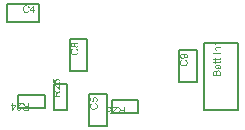
<source format=gbr>
G04*
G04 #@! TF.GenerationSoftware,Altium Limited,Altium Designer,24.9.1 (31)*
G04*
G04 Layer_Color=16711935*
%FSLAX25Y25*%
%MOIN*%
G70*
G04*
G04 #@! TF.SameCoordinates,0464F855-7F2B-49EB-A455-A8C15B23BB70*
G04*
G04*
G04 #@! TF.FilePolarity,Positive*
G04*
G01*
G75*
%ADD10C,0.00787*%
G36*
X181960Y294924D02*
X179991D01*
X179994Y294920D01*
X180009Y294902D01*
X180031Y294880D01*
X180056Y294844D01*
X180089Y294804D01*
X180125Y294753D01*
X180166Y294694D01*
X180206Y294629D01*
Y294625D01*
X180209Y294621D01*
X180224Y294600D01*
X180242Y294563D01*
X180264Y294519D01*
X180289Y294469D01*
X180315Y294414D01*
X180340Y294359D01*
X180362Y294305D01*
X180064D01*
Y294308D01*
X180056Y294316D01*
X180053Y294330D01*
X180042Y294349D01*
X180031Y294370D01*
X180016Y294396D01*
X179980Y294458D01*
X179940Y294531D01*
X179889Y294603D01*
X179831Y294680D01*
X179769Y294756D01*
X179765Y294760D01*
X179761Y294763D01*
X179751Y294774D01*
X179740Y294789D01*
X179703Y294822D01*
X179659Y294865D01*
X179609Y294909D01*
X179550Y294956D01*
X179492Y294996D01*
X179430Y295033D01*
Y295233D01*
X181960D01*
Y294924D01*
D02*
G37*
G36*
Y293369D02*
X180853D01*
X180850D01*
X180846D01*
X180821D01*
X180788D01*
X180748Y293366D01*
X180701Y293362D01*
X180653Y293355D01*
X180610Y293344D01*
X180570Y293333D01*
X180566D01*
X180555Y293326D01*
X180537Y293315D01*
X180515Y293304D01*
X180493Y293286D01*
X180468Y293264D01*
X180442Y293235D01*
X180420Y293202D01*
X180417Y293198D01*
X180409Y293187D01*
X180402Y293165D01*
X180391Y293140D01*
X180380Y293111D01*
X180369Y293074D01*
X180366Y293031D01*
X180362Y292987D01*
Y292969D01*
X180366Y292954D01*
X180369Y292918D01*
X180377Y292871D01*
X180395Y292820D01*
X180417Y292761D01*
X180446Y292703D01*
X180489Y292649D01*
X180497Y292641D01*
X180515Y292627D01*
X180529Y292616D01*
X180548Y292605D01*
X180570Y292590D01*
X180595Y292579D01*
X180624Y292565D01*
X180660Y292550D01*
X180701Y292539D01*
X180744Y292529D01*
X180792Y292521D01*
X180842Y292514D01*
X180904Y292507D01*
X180966D01*
X181960D01*
Y292197D01*
X180133D01*
Y292474D01*
X180395D01*
X180391Y292477D01*
X180380Y292485D01*
X180366Y292496D01*
X180348Y292510D01*
X180326Y292532D01*
X180300Y292558D01*
X180271Y292587D01*
X180242Y292623D01*
X180216Y292659D01*
X180187Y292703D01*
X180162Y292751D01*
X180140Y292801D01*
X180122Y292860D01*
X180107Y292918D01*
X180096Y292984D01*
X180093Y293053D01*
Y293082D01*
X180096Y293111D01*
X180100Y293151D01*
X180107Y293198D01*
X180118Y293249D01*
X180133Y293304D01*
X180155Y293355D01*
X180158Y293362D01*
X180166Y293377D01*
X180176Y293402D01*
X180195Y293431D01*
X180216Y293468D01*
X180246Y293500D01*
X180275Y293533D01*
X180311Y293562D01*
X180315Y293566D01*
X180329Y293573D01*
X180348Y293584D01*
X180373Y293602D01*
X180409Y293617D01*
X180446Y293631D01*
X180489Y293650D01*
X180537Y293660D01*
X180540D01*
X180555Y293664D01*
X180577Y293668D01*
X180606Y293671D01*
X180650D01*
X180701Y293675D01*
X180762Y293679D01*
X180839D01*
X181960D01*
Y293369D01*
D02*
G37*
G36*
Y291313D02*
X179441D01*
Y291648D01*
X181960D01*
Y291313D01*
D02*
G37*
G36*
Y289966D02*
X181964Y289951D01*
X181967Y289926D01*
X181971Y289893D01*
X181978Y289857D01*
X181982Y289817D01*
X181985Y289737D01*
Y289707D01*
X181982Y289678D01*
X181978Y289642D01*
X181974Y289598D01*
X181964Y289555D01*
X181953Y289515D01*
X181934Y289475D01*
X181931Y289471D01*
X181924Y289460D01*
X181913Y289445D01*
X181895Y289423D01*
X181876Y289405D01*
X181851Y289384D01*
X181825Y289362D01*
X181793Y289347D01*
X181789D01*
X181774Y289340D01*
X181749Y289336D01*
X181712Y289329D01*
X181665Y289322D01*
X181636Y289318D01*
X181603D01*
X181563Y289314D01*
X181523Y289311D01*
X181480D01*
X181429D01*
X180373D01*
Y289081D01*
X180133D01*
Y289311D01*
X179681D01*
X179496Y289620D01*
X180133D01*
Y289933D01*
X180373D01*
Y289620D01*
X181447D01*
X181454D01*
X181469D01*
X181490D01*
X181516Y289624D01*
X181574Y289627D01*
X181600Y289631D01*
X181618Y289635D01*
X181625Y289638D01*
X181640Y289649D01*
X181658Y289664D01*
X181676Y289689D01*
X181680Y289697D01*
X181687Y289715D01*
X181694Y289748D01*
X181698Y289795D01*
Y289831D01*
X181694Y289849D01*
Y289875D01*
X181691Y289904D01*
X181687Y289933D01*
X181960Y289973D01*
Y289966D01*
D02*
G37*
G36*
Y288987D02*
X181964Y288972D01*
X181967Y288947D01*
X181971Y288914D01*
X181978Y288878D01*
X181982Y288838D01*
X181985Y288757D01*
Y288728D01*
X181982Y288699D01*
X181978Y288663D01*
X181974Y288619D01*
X181964Y288575D01*
X181953Y288535D01*
X181934Y288495D01*
X181931Y288492D01*
X181924Y288481D01*
X181913Y288466D01*
X181895Y288444D01*
X181876Y288426D01*
X181851Y288404D01*
X181825Y288383D01*
X181793Y288368D01*
X181789D01*
X181774Y288361D01*
X181749Y288357D01*
X181712Y288350D01*
X181665Y288342D01*
X181636Y288339D01*
X181603D01*
X181563Y288335D01*
X181523Y288332D01*
X181480D01*
X181429D01*
X180373D01*
Y288102D01*
X180133D01*
Y288332D01*
X179681D01*
X179496Y288641D01*
X180133D01*
Y288954D01*
X180373D01*
Y288641D01*
X181447D01*
X181454D01*
X181469D01*
X181490D01*
X181516Y288645D01*
X181574Y288648D01*
X181600Y288652D01*
X181618Y288655D01*
X181625Y288659D01*
X181640Y288670D01*
X181658Y288685D01*
X181676Y288710D01*
X181680Y288717D01*
X181687Y288736D01*
X181694Y288768D01*
X181698Y288816D01*
Y288852D01*
X181694Y288870D01*
Y288896D01*
X181691Y288925D01*
X181687Y288954D01*
X181960Y288994D01*
Y288987D01*
D02*
G37*
G36*
Y287574D02*
X181956Y287571D01*
X181942Y287567D01*
X181924Y287560D01*
X181895Y287549D01*
X181862Y287538D01*
X181822Y287531D01*
X181778Y287524D01*
X181731Y287516D01*
Y287513D01*
X181738Y287509D01*
X181756Y287487D01*
X181782Y287454D01*
X181814Y287411D01*
X181847Y287356D01*
X181884Y287301D01*
X181916Y287243D01*
X181942Y287181D01*
X181945Y287174D01*
X181949Y287152D01*
X181960Y287119D01*
X181971Y287079D01*
X181982Y287028D01*
X181989Y286970D01*
X181996Y286905D01*
X182000Y286839D01*
Y286810D01*
X181996Y286788D01*
Y286763D01*
X181993Y286734D01*
X181982Y286668D01*
X181964Y286595D01*
X181938Y286515D01*
X181902Y286442D01*
X181854Y286377D01*
X181847Y286370D01*
X181829Y286351D01*
X181796Y286326D01*
X181753Y286297D01*
X181698Y286268D01*
X181636Y286242D01*
X181560Y286224D01*
X181523Y286220D01*
X181480Y286217D01*
X181472D01*
X181458D01*
X181432Y286220D01*
X181399Y286224D01*
X181359Y286231D01*
X181319Y286242D01*
X181276Y286257D01*
X181236Y286275D01*
X181232Y286279D01*
X181217Y286286D01*
X181196Y286300D01*
X181170Y286319D01*
X181141Y286340D01*
X181112Y286370D01*
X181083Y286399D01*
X181057Y286435D01*
X181054Y286439D01*
X181046Y286453D01*
X181032Y286472D01*
X181017Y286501D01*
X181003Y286533D01*
X180984Y286573D01*
X180970Y286613D01*
X180955Y286661D01*
Y286664D01*
X180952Y286679D01*
X180944Y286701D01*
X180941Y286730D01*
X180933Y286766D01*
X180926Y286814D01*
X180915Y286868D01*
X180908Y286934D01*
Y286937D01*
X180904Y286952D01*
Y286970D01*
X180901Y286996D01*
X180897Y287025D01*
X180890Y287061D01*
X180886Y287101D01*
X180879Y287145D01*
X180861Y287232D01*
X180842Y287327D01*
X180821Y287411D01*
X180810Y287451D01*
X180799Y287487D01*
X180795D01*
X180788D01*
X180766Y287491D01*
X180741D01*
X180726D01*
X180719D01*
X180715D01*
X180711D01*
X180690D01*
X180653Y287487D01*
X180613Y287480D01*
X180570Y287469D01*
X180526Y287451D01*
X180486Y287429D01*
X180453Y287400D01*
X180449Y287396D01*
X180435Y287378D01*
X180420Y287349D01*
X180398Y287312D01*
X180380Y287261D01*
X180362Y287203D01*
X180351Y287130D01*
X180348Y287047D01*
Y287010D01*
X180351Y286974D01*
X180358Y286923D01*
X180366Y286872D01*
X180380Y286817D01*
X180398Y286766D01*
X180424Y286723D01*
X180428Y286719D01*
X180438Y286704D01*
X180457Y286686D01*
X180486Y286664D01*
X180522Y286643D01*
X180570Y286617D01*
X180628Y286595D01*
X180693Y286573D01*
X180653Y286271D01*
X180650D01*
X180646Y286275D01*
X180635D01*
X180621Y286279D01*
X180588Y286290D01*
X180540Y286304D01*
X180493Y286322D01*
X180442Y286344D01*
X180391Y286373D01*
X180344Y286406D01*
X180340Y286410D01*
X180326Y286424D01*
X180304Y286446D01*
X180275Y286475D01*
X180246Y286515D01*
X180216Y286562D01*
X180184Y286617D01*
X180158Y286679D01*
Y286683D01*
X180155Y286686D01*
X180151Y286697D01*
X180147Y286712D01*
X180136Y286748D01*
X180125Y286799D01*
X180114Y286857D01*
X180104Y286930D01*
X180096Y287007D01*
X180093Y287094D01*
Y287134D01*
X180096Y287174D01*
X180100Y287229D01*
X180107Y287291D01*
X180118Y287352D01*
X180133Y287414D01*
X180151Y287473D01*
X180155Y287480D01*
X180162Y287498D01*
X180173Y287524D01*
X180187Y287556D01*
X180209Y287593D01*
X180231Y287629D01*
X180260Y287662D01*
X180289Y287691D01*
X180293Y287695D01*
X180304Y287702D01*
X180322Y287713D01*
X180344Y287727D01*
X180377Y287745D01*
X180409Y287760D01*
X180449Y287775D01*
X180497Y287786D01*
X180500D01*
X180511Y287789D01*
X180533Y287793D01*
X180562Y287796D01*
X180602D01*
X180650Y287800D01*
X180711Y287804D01*
X180781D01*
X181196D01*
X181199D01*
X181214D01*
X181236D01*
X181265D01*
X181298D01*
X181338D01*
X181425Y287807D01*
X181516D01*
X181607Y287811D01*
X181647Y287815D01*
X181683D01*
X181716Y287818D01*
X181742Y287822D01*
X181745D01*
X181760Y287826D01*
X181782Y287829D01*
X181811Y287840D01*
X181843Y287847D01*
X181880Y287862D01*
X181920Y287880D01*
X181960Y287898D01*
Y287574D01*
D02*
G37*
G36*
X181294Y285900D02*
X181338Y285893D01*
X181388Y285886D01*
X181443Y285871D01*
X181501Y285853D01*
X181560Y285827D01*
X181567Y285824D01*
X181585Y285813D01*
X181611Y285798D01*
X181647Y285776D01*
X181683Y285747D01*
X181723Y285718D01*
X181763Y285682D01*
X181796Y285642D01*
X181800Y285638D01*
X181811Y285623D01*
X181825Y285598D01*
X181840Y285565D01*
X181862Y285525D01*
X181884Y285478D01*
X181902Y285427D01*
X181920Y285365D01*
Y285358D01*
X181927Y285336D01*
X181931Y285299D01*
X181938Y285252D01*
X181945Y285194D01*
X181953Y285125D01*
X181956Y285048D01*
X181960Y284961D01*
Y284000D01*
X179441D01*
Y284990D01*
X179445Y285016D01*
Y285045D01*
X179452Y285110D01*
X179459Y285183D01*
X179474Y285259D01*
X179492Y285336D01*
X179518Y285405D01*
Y285409D01*
X179521Y285412D01*
X179532Y285434D01*
X179550Y285467D01*
X179576Y285503D01*
X179609Y285547D01*
X179649Y285594D01*
X179700Y285638D01*
X179754Y285678D01*
X179761Y285682D01*
X179783Y285693D01*
X179812Y285711D01*
X179856Y285729D01*
X179907Y285747D01*
X179962Y285765D01*
X180024Y285776D01*
X180085Y285780D01*
X180093D01*
X180111D01*
X180144Y285776D01*
X180184Y285769D01*
X180231Y285758D01*
X180282Y285740D01*
X180333Y285718D01*
X180387Y285689D01*
X180395Y285685D01*
X180409Y285674D01*
X180438Y285652D01*
X180468Y285623D01*
X180504Y285587D01*
X180544Y285543D01*
X180580Y285489D01*
X180617Y285427D01*
Y285431D01*
X180621Y285438D01*
X180624Y285449D01*
X180631Y285463D01*
X180646Y285507D01*
X180671Y285558D01*
X180704Y285613D01*
X180744Y285674D01*
X180792Y285729D01*
X180850Y285780D01*
X180857Y285784D01*
X180879Y285798D01*
X180912Y285820D01*
X180955Y285842D01*
X181014Y285864D01*
X181076Y285886D01*
X181148Y285900D01*
X181228Y285904D01*
X181232D01*
X181236D01*
X181257D01*
X181294Y285900D01*
D02*
G37*
G36*
X117248Y307603D02*
X117281Y307599D01*
X117321Y307595D01*
X117361Y307592D01*
X117409Y307581D01*
X117507Y307559D01*
X117616Y307526D01*
X117671Y307504D01*
X117722Y307479D01*
X117773Y307446D01*
X117824Y307413D01*
X117827Y307410D01*
X117834Y307406D01*
X117849Y307395D01*
X117867Y307377D01*
X117885Y307359D01*
X117911Y307333D01*
X117936Y307304D01*
X117966Y307275D01*
X117995Y307239D01*
X118024Y307195D01*
X118056Y307151D01*
X118086Y307104D01*
X118111Y307049D01*
X118140Y306995D01*
X118162Y306936D01*
X118184Y306871D01*
X117856Y306795D01*
Y306798D01*
X117853Y306805D01*
X117845Y306820D01*
X117838Y306838D01*
X117831Y306860D01*
X117820Y306889D01*
X117791Y306947D01*
X117754Y307013D01*
X117711Y307078D01*
X117656Y307140D01*
X117598Y307195D01*
X117591Y307202D01*
X117569Y307217D01*
X117532Y307235D01*
X117485Y307260D01*
X117423Y307282D01*
X117354Y307304D01*
X117270Y307319D01*
X117179Y307322D01*
X117150D01*
X117132Y307319D01*
X117106D01*
X117077Y307315D01*
X117008Y307304D01*
X116932Y307290D01*
X116852Y307264D01*
X116768Y307228D01*
X116692Y307180D01*
X116688D01*
X116684Y307173D01*
X116659Y307155D01*
X116626Y307126D01*
X116586Y307082D01*
X116539Y307027D01*
X116495Y306965D01*
X116455Y306889D01*
X116419Y306805D01*
Y306802D01*
X116415Y306795D01*
X116411Y306784D01*
X116408Y306765D01*
X116400Y306744D01*
X116393Y306718D01*
X116382Y306656D01*
X116368Y306583D01*
X116353Y306503D01*
X116346Y306416D01*
X116342Y306321D01*
Y306318D01*
Y306307D01*
Y306289D01*
Y306267D01*
X116346Y306241D01*
Y306208D01*
X116349Y306172D01*
X116353Y306132D01*
X116364Y306045D01*
X116382Y305950D01*
X116404Y305855D01*
X116433Y305761D01*
Y305757D01*
X116437Y305750D01*
X116444Y305739D01*
X116451Y305721D01*
X116473Y305677D01*
X116506Y305626D01*
X116546Y305568D01*
X116597Y305506D01*
X116655Y305451D01*
X116724Y305400D01*
X116728D01*
X116735Y305397D01*
X116746Y305389D01*
X116761Y305382D01*
X116779Y305375D01*
X116801Y305364D01*
X116852Y305342D01*
X116917Y305320D01*
X116990Y305302D01*
X117070Y305288D01*
X117154Y305284D01*
X117179D01*
X117201Y305288D01*
X117227D01*
X117252Y305291D01*
X117318Y305306D01*
X117394Y305324D01*
X117471Y305353D01*
X117551Y305393D01*
X117591Y305415D01*
X117627Y305444D01*
X117631Y305448D01*
X117634Y305451D01*
X117645Y305462D01*
X117660Y305473D01*
X117674Y305491D01*
X117693Y305513D01*
X117714Y305535D01*
X117733Y305564D01*
X117754Y305597D01*
X117780Y305633D01*
X117802Y305670D01*
X117824Y305713D01*
X117842Y305761D01*
X117860Y305812D01*
X117878Y305866D01*
X117893Y305925D01*
X118228Y305841D01*
Y305837D01*
X118224Y305823D01*
X118217Y305801D01*
X118206Y305772D01*
X118195Y305739D01*
X118180Y305699D01*
X118162Y305655D01*
X118140Y305608D01*
X118089Y305506D01*
X118024Y305404D01*
X117984Y305353D01*
X117944Y305302D01*
X117900Y305258D01*
X117849Y305215D01*
X117845Y305211D01*
X117838Y305204D01*
X117820Y305196D01*
X117802Y305182D01*
X117773Y305164D01*
X117744Y305146D01*
X117703Y305127D01*
X117663Y305109D01*
X117616Y305087D01*
X117565Y305069D01*
X117510Y305051D01*
X117452Y305033D01*
X117390Y305018D01*
X117325Y305011D01*
X117256Y305004D01*
X117183Y305000D01*
X117143D01*
X117114Y305004D01*
X117081D01*
X117041Y305007D01*
X116997Y305014D01*
X116946Y305022D01*
X116841Y305040D01*
X116732Y305069D01*
X116622Y305109D01*
X116571Y305135D01*
X116521Y305164D01*
X116517Y305167D01*
X116509Y305171D01*
X116495Y305182D01*
X116480Y305196D01*
X116459Y305211D01*
X116433Y305233D01*
X116404Y305258D01*
X116375Y305288D01*
X116346Y305320D01*
X116313Y305353D01*
X116247Y305437D01*
X116186Y305535D01*
X116131Y305644D01*
Y305648D01*
X116124Y305659D01*
X116120Y305677D01*
X116109Y305699D01*
X116102Y305728D01*
X116091Y305764D01*
X116076Y305804D01*
X116066Y305848D01*
X116054Y305895D01*
X116040Y305950D01*
X116022Y306063D01*
X116007Y306190D01*
X116000Y306321D01*
Y306325D01*
Y306340D01*
Y306361D01*
X116004Y306387D01*
Y306423D01*
X116007Y306460D01*
X116011Y306507D01*
X116018Y306554D01*
X116036Y306660D01*
X116062Y306776D01*
X116098Y306893D01*
X116149Y307006D01*
X116153Y307009D01*
X116156Y307020D01*
X116164Y307035D01*
X116178Y307053D01*
X116193Y307078D01*
X116211Y307107D01*
X116258Y307173D01*
X116320Y307246D01*
X116393Y307319D01*
X116477Y307391D01*
X116575Y307453D01*
X116579Y307457D01*
X116590Y307461D01*
X116604Y307468D01*
X116622Y307479D01*
X116651Y307490D01*
X116681Y307501D01*
X116717Y307515D01*
X116757Y307530D01*
X116801Y307544D01*
X116848Y307559D01*
X116950Y307581D01*
X117067Y307599D01*
X117187Y307606D01*
X117223D01*
X117248Y307603D01*
D02*
G37*
G36*
X119811Y305932D02*
X120153D01*
Y305648D01*
X119811D01*
Y305044D01*
X119502D01*
Y305648D01*
X118406D01*
Y305932D01*
X119560Y307562D01*
X119811D01*
Y305932D01*
D02*
G37*
G36*
X133794Y295164D02*
X133819Y295161D01*
X133852Y295157D01*
X133888Y295149D01*
X133929Y295139D01*
X134012Y295113D01*
X134060Y295095D01*
X134103Y295070D01*
X134151Y295044D01*
X134194Y295015D01*
X134238Y294978D01*
X134282Y294938D01*
X134285Y294935D01*
X134293Y294928D01*
X134303Y294917D01*
X134314Y294898D01*
X134333Y294873D01*
X134351Y294847D01*
X134369Y294815D01*
X134391Y294778D01*
X134413Y294738D01*
X134431Y294691D01*
X134449Y294640D01*
X134467Y294589D01*
X134478Y294531D01*
X134489Y294469D01*
X134496Y294407D01*
X134500Y294338D01*
Y294301D01*
X134496Y294276D01*
X134493Y294243D01*
X134489Y294207D01*
X134482Y294167D01*
X134471Y294123D01*
X134445Y294025D01*
X134427Y293974D01*
X134409Y293927D01*
X134383Y293876D01*
X134354Y293825D01*
X134322Y293777D01*
X134282Y293734D01*
X134278Y293730D01*
X134271Y293723D01*
X134260Y293712D01*
X134242Y293697D01*
X134220Y293683D01*
X134194Y293661D01*
X134165Y293643D01*
X134129Y293621D01*
X134092Y293599D01*
X134049Y293581D01*
X133958Y293544D01*
X133903Y293530D01*
X133849Y293519D01*
X133790Y293512D01*
X133732Y293508D01*
X133728D01*
X133721D01*
X133706D01*
X133692Y293512D01*
X133670D01*
X133645Y293515D01*
X133586Y293523D01*
X133521Y293537D01*
X133455Y293559D01*
X133386Y293592D01*
X133321Y293632D01*
X133317D01*
X133313Y293639D01*
X133295Y293653D01*
X133266Y293683D01*
X133230Y293723D01*
X133193Y293774D01*
X133153Y293835D01*
X133121Y293905D01*
X133095Y293988D01*
Y293985D01*
X133091Y293981D01*
X133088Y293970D01*
X133080Y293956D01*
X133066Y293923D01*
X133044Y293879D01*
X133015Y293832D01*
X132978Y293784D01*
X132939Y293741D01*
X132895Y293701D01*
X132887Y293697D01*
X132873Y293686D01*
X132844Y293672D01*
X132807Y293657D01*
X132760Y293639D01*
X132705Y293624D01*
X132644Y293614D01*
X132578Y293610D01*
X132574D01*
X132567D01*
X132553D01*
X132531Y293614D01*
X132509Y293617D01*
X132480Y293621D01*
X132418Y293635D01*
X132345Y293657D01*
X132269Y293694D01*
X132229Y293715D01*
X132189Y293741D01*
X132152Y293774D01*
X132116Y293806D01*
X132112Y293810D01*
X132108Y293817D01*
X132098Y293828D01*
X132087Y293843D01*
X132072Y293861D01*
X132058Y293886D01*
X132039Y293916D01*
X132021Y293945D01*
X132003Y293981D01*
X131985Y294021D01*
X131970Y294065D01*
X131956Y294112D01*
X131934Y294214D01*
X131930Y294272D01*
X131927Y294331D01*
Y294363D01*
X131930Y294385D01*
X131934Y294414D01*
X131938Y294447D01*
X131941Y294483D01*
X131952Y294520D01*
X131974Y294607D01*
X132007Y294694D01*
X132028Y294738D01*
X132054Y294782D01*
X132087Y294822D01*
X132120Y294862D01*
X132123Y294866D01*
X132127Y294869D01*
X132138Y294880D01*
X132152Y294895D01*
X132174Y294909D01*
X132196Y294928D01*
X132250Y294964D01*
X132320Y295000D01*
X132400Y295033D01*
X132491Y295059D01*
X132538Y295062D01*
X132589Y295066D01*
X132593D01*
X132596D01*
X132618D01*
X132651Y295062D01*
X132691Y295055D01*
X132742Y295044D01*
X132793Y295026D01*
X132844Y295004D01*
X132895Y294971D01*
X132902Y294968D01*
X132917Y294953D01*
X132939Y294931D01*
X132968Y294902D01*
X133000Y294862D01*
X133033Y294815D01*
X133066Y294760D01*
X133095Y294694D01*
Y294698D01*
X133099Y294706D01*
X133102Y294716D01*
X133109Y294731D01*
X133128Y294775D01*
X133153Y294826D01*
X133190Y294880D01*
X133230Y294938D01*
X133281Y294993D01*
X133339Y295044D01*
X133343D01*
X133346Y295048D01*
X133368Y295062D01*
X133404Y295084D01*
X133452Y295106D01*
X133510Y295128D01*
X133579Y295149D01*
X133656Y295164D01*
X133739Y295168D01*
X133743D01*
X133754D01*
X133772D01*
X133794Y295164D01*
D02*
G37*
G36*
X133677Y293224D02*
X133699Y293217D01*
X133728Y293206D01*
X133761Y293195D01*
X133801Y293180D01*
X133845Y293162D01*
X133892Y293140D01*
X133994Y293089D01*
X134096Y293024D01*
X134147Y292984D01*
X134198Y292944D01*
X134242Y292900D01*
X134285Y292849D01*
X134289Y292845D01*
X134296Y292838D01*
X134303Y292820D01*
X134318Y292802D01*
X134336Y292773D01*
X134354Y292743D01*
X134373Y292704D01*
X134391Y292663D01*
X134413Y292616D01*
X134431Y292565D01*
X134449Y292511D01*
X134467Y292452D01*
X134482Y292390D01*
X134489Y292325D01*
X134496Y292256D01*
X134500Y292183D01*
Y292143D01*
X134496Y292114D01*
Y292081D01*
X134493Y292041D01*
X134485Y291997D01*
X134478Y291946D01*
X134460Y291841D01*
X134431Y291732D01*
X134391Y291622D01*
X134365Y291571D01*
X134336Y291521D01*
X134333Y291517D01*
X134329Y291510D01*
X134318Y291495D01*
X134303Y291480D01*
X134289Y291459D01*
X134267Y291433D01*
X134242Y291404D01*
X134213Y291375D01*
X134180Y291346D01*
X134147Y291313D01*
X134063Y291248D01*
X133965Y291186D01*
X133856Y291131D01*
X133852D01*
X133841Y291124D01*
X133823Y291120D01*
X133801Y291109D01*
X133772Y291102D01*
X133736Y291091D01*
X133696Y291076D01*
X133652Y291066D01*
X133605Y291055D01*
X133550Y291040D01*
X133437Y291022D01*
X133310Y291007D01*
X133179Y291000D01*
X133175D01*
X133160D01*
X133139D01*
X133113Y291004D01*
X133077D01*
X133040Y291007D01*
X132993Y291011D01*
X132946Y291018D01*
X132840Y291036D01*
X132724Y291062D01*
X132607Y291098D01*
X132494Y291149D01*
X132491Y291153D01*
X132480Y291157D01*
X132465Y291164D01*
X132447Y291178D01*
X132422Y291193D01*
X132393Y291211D01*
X132327Y291258D01*
X132254Y291320D01*
X132181Y291393D01*
X132108Y291477D01*
X132047Y291575D01*
X132043Y291579D01*
X132039Y291590D01*
X132032Y291604D01*
X132021Y291622D01*
X132010Y291652D01*
X131999Y291681D01*
X131985Y291717D01*
X131970Y291757D01*
X131956Y291801D01*
X131941Y291848D01*
X131919Y291950D01*
X131901Y292067D01*
X131894Y292187D01*
Y292223D01*
X131897Y292249D01*
X131901Y292281D01*
X131905Y292321D01*
X131908Y292361D01*
X131919Y292409D01*
X131941Y292507D01*
X131974Y292616D01*
X131996Y292671D01*
X132021Y292722D01*
X132054Y292773D01*
X132087Y292824D01*
X132090Y292827D01*
X132094Y292834D01*
X132105Y292849D01*
X132123Y292867D01*
X132141Y292885D01*
X132167Y292911D01*
X132196Y292936D01*
X132225Y292966D01*
X132261Y292995D01*
X132305Y293024D01*
X132349Y293057D01*
X132396Y293086D01*
X132451Y293111D01*
X132505Y293140D01*
X132564Y293162D01*
X132629Y293184D01*
X132705Y292856D01*
X132702D01*
X132695Y292853D01*
X132680Y292845D01*
X132662Y292838D01*
X132640Y292831D01*
X132611Y292820D01*
X132553Y292791D01*
X132487Y292754D01*
X132422Y292711D01*
X132360Y292656D01*
X132305Y292598D01*
X132298Y292591D01*
X132283Y292569D01*
X132265Y292532D01*
X132240Y292485D01*
X132218Y292423D01*
X132196Y292354D01*
X132181Y292270D01*
X132178Y292179D01*
Y292150D01*
X132181Y292132D01*
Y292107D01*
X132185Y292077D01*
X132196Y292008D01*
X132211Y291932D01*
X132236Y291852D01*
X132272Y291768D01*
X132320Y291692D01*
Y291688D01*
X132327Y291684D01*
X132345Y291659D01*
X132374Y291626D01*
X132418Y291586D01*
X132473Y291539D01*
X132534Y291495D01*
X132611Y291455D01*
X132695Y291419D01*
X132698D01*
X132705Y291415D01*
X132716Y291411D01*
X132735Y291408D01*
X132756Y291400D01*
X132782Y291393D01*
X132844Y291382D01*
X132917Y291368D01*
X132997Y291353D01*
X133084Y291346D01*
X133179Y291342D01*
X133182D01*
X133193D01*
X133212D01*
X133233D01*
X133259Y291346D01*
X133292D01*
X133328Y291349D01*
X133368Y291353D01*
X133455Y291364D01*
X133550Y291382D01*
X133645Y291404D01*
X133739Y291433D01*
X133743D01*
X133750Y291437D01*
X133761Y291444D01*
X133779Y291451D01*
X133823Y291473D01*
X133874Y291506D01*
X133932Y291546D01*
X133994Y291597D01*
X134049Y291655D01*
X134100Y291724D01*
Y291728D01*
X134103Y291735D01*
X134110Y291746D01*
X134118Y291761D01*
X134125Y291779D01*
X134136Y291801D01*
X134158Y291852D01*
X134180Y291917D01*
X134198Y291990D01*
X134213Y292070D01*
X134216Y292154D01*
Y292179D01*
X134213Y292201D01*
Y292227D01*
X134209Y292252D01*
X134194Y292318D01*
X134176Y292394D01*
X134147Y292471D01*
X134107Y292551D01*
X134085Y292591D01*
X134056Y292627D01*
X134052Y292631D01*
X134049Y292634D01*
X134038Y292645D01*
X134027Y292660D01*
X134009Y292674D01*
X133987Y292692D01*
X133965Y292714D01*
X133936Y292733D01*
X133903Y292754D01*
X133867Y292780D01*
X133830Y292802D01*
X133787Y292824D01*
X133739Y292842D01*
X133688Y292860D01*
X133634Y292878D01*
X133575Y292893D01*
X133659Y293228D01*
X133663D01*
X133677Y293224D01*
D02*
G37*
G36*
X118000Y272481D02*
X116832D01*
X116802Y272485D01*
X116770D01*
X116693Y272488D01*
X116613Y272499D01*
X116526Y272510D01*
X116446Y272528D01*
X116406Y272539D01*
X116373Y272550D01*
X116369D01*
X116366Y272554D01*
X116344Y272565D01*
X116311Y272579D01*
X116271Y272605D01*
X116227Y272638D01*
X116180Y272681D01*
X116136Y272732D01*
X116093Y272791D01*
Y272794D01*
X116089Y272798D01*
X116074Y272820D01*
X116060Y272856D01*
X116038Y272903D01*
X116020Y272958D01*
X116002Y273024D01*
X115991Y273093D01*
X115987Y273169D01*
Y273173D01*
Y273180D01*
Y273195D01*
X115991Y273213D01*
Y273238D01*
X115994Y273264D01*
X116009Y273326D01*
X116031Y273398D01*
X116060Y273475D01*
X116104Y273551D01*
X116133Y273588D01*
X116162Y273624D01*
X116165Y273628D01*
X116169Y273631D01*
X116180Y273642D01*
X116195Y273653D01*
X116213Y273668D01*
X116235Y273682D01*
X116264Y273700D01*
X116293Y273722D01*
X116329Y273741D01*
X116369Y273759D01*
X116413Y273781D01*
X116460Y273799D01*
X116515Y273813D01*
X116569Y273832D01*
X116631Y273843D01*
X116697Y273853D01*
X116690Y273857D01*
X116675Y273864D01*
X116653Y273879D01*
X116624Y273893D01*
X116559Y273934D01*
X116526Y273959D01*
X116497Y273981D01*
X116489Y273988D01*
X116471Y274006D01*
X116442Y274035D01*
X116406Y274072D01*
X116366Y274123D01*
X116318Y274177D01*
X116271Y274243D01*
X116220Y274316D01*
X115787Y275000D01*
X116202D01*
X116533Y274476D01*
Y274472D01*
X116540Y274465D01*
X116548Y274454D01*
X116559Y274439D01*
X116584Y274399D01*
X116617Y274348D01*
X116657Y274294D01*
X116697Y274236D01*
X116737Y274181D01*
X116773Y274130D01*
X116777Y274126D01*
X116788Y274112D01*
X116806Y274090D01*
X116832Y274064D01*
X116886Y274010D01*
X116915Y273984D01*
X116944Y273963D01*
X116948Y273959D01*
X116955Y273955D01*
X116970Y273948D01*
X116992Y273937D01*
X117014Y273926D01*
X117039Y273915D01*
X117097Y273897D01*
X117101D01*
X117108Y273893D01*
X117123D01*
X117141Y273890D01*
X117166Y273886D01*
X117196D01*
X117236Y273883D01*
X117665D01*
Y275000D01*
X118000D01*
Y272481D01*
D02*
G37*
G36*
X112642Y274396D02*
X113738D01*
Y274112D01*
X112584Y272481D01*
X112332D01*
Y274112D01*
X111990D01*
Y274396D01*
X112332D01*
Y275000D01*
X112642D01*
Y274396D01*
D02*
G37*
G36*
X115634Y274996D02*
Y274982D01*
Y274960D01*
X115630Y274931D01*
X115627Y274898D01*
X115619Y274862D01*
X115612Y274825D01*
X115598Y274785D01*
Y274782D01*
X115594Y274778D01*
X115587Y274756D01*
X115572Y274723D01*
X115550Y274680D01*
X115521Y274629D01*
X115485Y274570D01*
X115445Y274512D01*
X115394Y274450D01*
Y274447D01*
X115386Y274443D01*
X115368Y274421D01*
X115336Y274389D01*
X115288Y274341D01*
X115234Y274287D01*
X115164Y274221D01*
X115081Y274148D01*
X114990Y274072D01*
X114986Y274068D01*
X114971Y274057D01*
X114950Y274039D01*
X114924Y274017D01*
X114891Y273988D01*
X114851Y273955D01*
X114811Y273919D01*
X114764Y273879D01*
X114673Y273792D01*
X114582Y273704D01*
X114538Y273660D01*
X114498Y273617D01*
X114462Y273577D01*
X114433Y273537D01*
Y273533D01*
X114426Y273529D01*
X114418Y273518D01*
X114411Y273504D01*
X114385Y273464D01*
X114356Y273417D01*
X114331Y273358D01*
X114305Y273296D01*
X114291Y273227D01*
X114284Y273162D01*
Y273158D01*
Y273154D01*
X114287Y273133D01*
X114291Y273096D01*
X114302Y273056D01*
X114316Y273005D01*
X114342Y272954D01*
X114375Y272903D01*
X114418Y272852D01*
X114426Y272845D01*
X114444Y272831D01*
X114469Y272812D01*
X114509Y272787D01*
X114560Y272765D01*
X114618Y272743D01*
X114688Y272729D01*
X114764Y272725D01*
X114786D01*
X114800Y272729D01*
X114844Y272732D01*
X114895Y272743D01*
X114950Y272758D01*
X115012Y272783D01*
X115070Y272816D01*
X115124Y272860D01*
X115132Y272867D01*
X115146Y272885D01*
X115168Y272914D01*
X115190Y272958D01*
X115215Y273009D01*
X115237Y273074D01*
X115252Y273147D01*
X115259Y273231D01*
X115576Y273198D01*
Y273195D01*
X115572Y273184D01*
Y273165D01*
X115568Y273140D01*
X115561Y273111D01*
X115554Y273078D01*
X115543Y273038D01*
X115532Y272998D01*
X115503Y272911D01*
X115459Y272823D01*
X115434Y272780D01*
X115401Y272736D01*
X115368Y272696D01*
X115332Y272659D01*
X115328Y272656D01*
X115321Y272652D01*
X115310Y272641D01*
X115292Y272630D01*
X115270Y272616D01*
X115244Y272601D01*
X115215Y272583D01*
X115179Y272565D01*
X115139Y272547D01*
X115095Y272528D01*
X115048Y272514D01*
X114997Y272499D01*
X114942Y272488D01*
X114884Y272478D01*
X114822Y272474D01*
X114757Y272470D01*
X114720D01*
X114695Y272474D01*
X114666Y272478D01*
X114629Y272481D01*
X114589Y272488D01*
X114549Y272496D01*
X114455Y272521D01*
X114360Y272558D01*
X114313Y272579D01*
X114265Y272605D01*
X114222Y272638D01*
X114182Y272674D01*
X114178Y272678D01*
X114171Y272681D01*
X114163Y272696D01*
X114149Y272710D01*
X114131Y272729D01*
X114112Y272754D01*
X114094Y272780D01*
X114072Y272812D01*
X114036Y272882D01*
X114000Y272969D01*
X113985Y273013D01*
X113978Y273063D01*
X113970Y273114D01*
X113967Y273169D01*
Y273176D01*
Y273195D01*
X113970Y273224D01*
X113974Y273264D01*
X113981Y273307D01*
X113996Y273358D01*
X114011Y273413D01*
X114032Y273468D01*
X114036Y273475D01*
X114043Y273493D01*
X114058Y273522D01*
X114080Y273562D01*
X114109Y273606D01*
X114145Y273660D01*
X114189Y273715D01*
X114240Y273777D01*
X114247Y273784D01*
X114265Y273806D01*
X114284Y273824D01*
X114302Y273843D01*
X114324Y273864D01*
X114353Y273893D01*
X114382Y273923D01*
X114418Y273955D01*
X114455Y273992D01*
X114498Y274032D01*
X114546Y274072D01*
X114597Y274119D01*
X114655Y274166D01*
X114713Y274217D01*
X114717Y274221D01*
X114724Y274228D01*
X114739Y274239D01*
X114757Y274254D01*
X114779Y274276D01*
X114804Y274297D01*
X114862Y274345D01*
X114924Y274399D01*
X114982Y274454D01*
X115033Y274501D01*
X115055Y274519D01*
X115073Y274538D01*
X115077Y274541D01*
X115088Y274552D01*
X115103Y274567D01*
X115121Y274589D01*
X115139Y274614D01*
X115161Y274640D01*
X115205Y274701D01*
X113963D01*
Y275000D01*
X115634D01*
Y274996D01*
D02*
G37*
G36*
X127663Y283035D02*
X127692Y283031D01*
X127725Y283028D01*
X127765Y283020D01*
X127805Y283013D01*
X127899Y282991D01*
X127998Y282955D01*
X128049Y282933D01*
X128096Y282904D01*
X128147Y282875D01*
X128194Y282839D01*
X128198Y282835D01*
X128209Y282828D01*
X128223Y282813D01*
X128242Y282795D01*
X128263Y282769D01*
X128293Y282740D01*
X128318Y282704D01*
X128347Y282664D01*
X128376Y282620D01*
X128402Y282569D01*
X128427Y282515D01*
X128453Y282456D01*
X128471Y282394D01*
X128486Y282325D01*
X128496Y282253D01*
X128500Y282176D01*
Y282143D01*
X128496Y282118D01*
X128493Y282089D01*
X128489Y282056D01*
X128486Y282016D01*
X128474Y281976D01*
X128453Y281885D01*
X128420Y281794D01*
X128398Y281747D01*
X128373Y281699D01*
X128343Y281656D01*
X128311Y281612D01*
X128307Y281608D01*
X128304Y281601D01*
X128289Y281594D01*
X128274Y281579D01*
X128256Y281561D01*
X128234Y281543D01*
X128205Y281521D01*
X128172Y281503D01*
X128140Y281481D01*
X128100Y281459D01*
X128012Y281419D01*
X127910Y281386D01*
X127856Y281375D01*
X127797Y281368D01*
X127772Y281692D01*
X127776D01*
X127783D01*
X127794Y281696D01*
X127812Y281699D01*
X127852Y281710D01*
X127907Y281725D01*
X127961Y281747D01*
X128023Y281776D01*
X128078Y281812D01*
X128129Y281856D01*
X128132Y281863D01*
X128147Y281878D01*
X128165Y281907D01*
X128187Y281947D01*
X128209Y281990D01*
X128227Y282045D01*
X128242Y282107D01*
X128245Y282176D01*
Y282198D01*
X128242Y282212D01*
X128238Y282256D01*
X128223Y282307D01*
X128205Y282369D01*
X128176Y282431D01*
X128132Y282496D01*
X128107Y282525D01*
X128078Y282555D01*
X128074Y282558D01*
X128070Y282562D01*
X128060Y282569D01*
X128049Y282580D01*
X128009Y282606D01*
X127958Y282635D01*
X127896Y282660D01*
X127819Y282686D01*
X127728Y282704D01*
X127681Y282711D01*
X127630D01*
X127626D01*
X127619D01*
X127605D01*
X127586Y282708D01*
X127565D01*
X127539Y282704D01*
X127481Y282693D01*
X127412Y282675D01*
X127342Y282649D01*
X127277Y282613D01*
X127215Y282562D01*
X127211D01*
X127208Y282555D01*
X127190Y282536D01*
X127164Y282504D01*
X127135Y282460D01*
X127110Y282402D01*
X127084Y282336D01*
X127066Y282260D01*
X127059Y282216D01*
Y282147D01*
X127062Y282118D01*
X127066Y282081D01*
X127077Y282038D01*
X127088Y281994D01*
X127106Y281947D01*
X127128Y281899D01*
X127131Y281896D01*
X127139Y281881D01*
X127157Y281859D01*
X127175Y281830D01*
X127200Y281801D01*
X127233Y281772D01*
X127266Y281739D01*
X127306Y281714D01*
X127266Y281423D01*
X125970Y281666D01*
Y282919D01*
X126265D01*
Y281910D01*
X126946Y281776D01*
X126942Y281779D01*
X126938Y281786D01*
X126931Y281798D01*
X126920Y281816D01*
X126909Y281838D01*
X126895Y281863D01*
X126866Y281921D01*
X126837Y281994D01*
X126811Y282074D01*
X126793Y282161D01*
X126786Y282205D01*
Y282285D01*
X126789Y282307D01*
X126793Y282336D01*
X126796Y282369D01*
X126804Y282405D01*
X126815Y282445D01*
X126840Y282533D01*
X126858Y282580D01*
X126884Y282627D01*
X126909Y282675D01*
X126938Y282722D01*
X126975Y282766D01*
X127015Y282809D01*
X127019Y282813D01*
X127026Y282820D01*
X127037Y282831D01*
X127055Y282846D01*
X127080Y282864D01*
X127106Y282882D01*
X127139Y282904D01*
X127175Y282926D01*
X127215Y282944D01*
X127259Y282966D01*
X127310Y282984D01*
X127361Y283002D01*
X127415Y283017D01*
X127477Y283028D01*
X127539Y283035D01*
X127605Y283039D01*
X127608D01*
X127619D01*
X127637D01*
X127663Y283035D01*
D02*
G37*
G36*
X128456Y279366D02*
X128453D01*
X128438D01*
X128416D01*
X128387Y279370D01*
X128354Y279373D01*
X128318Y279380D01*
X128282Y279388D01*
X128242Y279402D01*
X128238D01*
X128234Y279406D01*
X128212Y279413D01*
X128180Y279428D01*
X128136Y279450D01*
X128085Y279479D01*
X128027Y279515D01*
X127969Y279555D01*
X127907Y279606D01*
X127903D01*
X127899Y279613D01*
X127878Y279632D01*
X127845Y279664D01*
X127797Y279712D01*
X127743Y279766D01*
X127677Y279836D01*
X127605Y279919D01*
X127528Y280010D01*
X127524Y280014D01*
X127514Y280028D01*
X127495Y280050D01*
X127474Y280076D01*
X127444Y280108D01*
X127412Y280149D01*
X127375Y280189D01*
X127335Y280236D01*
X127248Y280327D01*
X127161Y280418D01*
X127117Y280462D01*
X127073Y280502D01*
X127033Y280538D01*
X126993Y280567D01*
X126989D01*
X126986Y280574D01*
X126975Y280582D01*
X126960Y280589D01*
X126920Y280614D01*
X126873Y280644D01*
X126815Y280669D01*
X126753Y280695D01*
X126684Y280709D01*
X126618Y280716D01*
X126614D01*
X126611D01*
X126589Y280713D01*
X126553Y280709D01*
X126513Y280698D01*
X126462Y280684D01*
X126411Y280658D01*
X126360Y280625D01*
X126309Y280582D01*
X126302Y280574D01*
X126287Y280556D01*
X126269Y280531D01*
X126243Y280491D01*
X126221Y280440D01*
X126199Y280381D01*
X126185Y280312D01*
X126181Y280236D01*
Y280214D01*
X126185Y280200D01*
X126189Y280156D01*
X126199Y280105D01*
X126214Y280050D01*
X126240Y279988D01*
X126272Y279930D01*
X126316Y279876D01*
X126323Y279868D01*
X126341Y279854D01*
X126371Y279832D01*
X126414Y279810D01*
X126465Y279784D01*
X126531Y279763D01*
X126604Y279748D01*
X126687Y279741D01*
X126655Y279424D01*
X126651D01*
X126640Y279428D01*
X126622D01*
X126596Y279432D01*
X126567Y279439D01*
X126534Y279446D01*
X126494Y279457D01*
X126454Y279468D01*
X126367Y279497D01*
X126280Y279541D01*
X126236Y279566D01*
X126192Y279599D01*
X126152Y279632D01*
X126116Y279668D01*
X126112Y279672D01*
X126109Y279679D01*
X126098Y279690D01*
X126087Y279708D01*
X126072Y279730D01*
X126058Y279755D01*
X126039Y279784D01*
X126021Y279821D01*
X126003Y279861D01*
X125985Y279905D01*
X125970Y279952D01*
X125956Y280003D01*
X125945Y280058D01*
X125934Y280116D01*
X125930Y280178D01*
X125926Y280243D01*
Y280280D01*
X125930Y280305D01*
X125934Y280334D01*
X125937Y280371D01*
X125945Y280411D01*
X125952Y280451D01*
X125978Y280545D01*
X126014Y280640D01*
X126036Y280687D01*
X126061Y280735D01*
X126094Y280778D01*
X126130Y280818D01*
X126134Y280822D01*
X126138Y280829D01*
X126152Y280837D01*
X126167Y280851D01*
X126185Y280869D01*
X126210Y280888D01*
X126236Y280906D01*
X126269Y280927D01*
X126338Y280964D01*
X126425Y281000D01*
X126469Y281015D01*
X126520Y281022D01*
X126571Y281029D01*
X126625Y281033D01*
X126633D01*
X126651D01*
X126680Y281029D01*
X126720Y281026D01*
X126764Y281018D01*
X126815Y281004D01*
X126869Y280989D01*
X126924Y280967D01*
X126931Y280964D01*
X126949Y280957D01*
X126979Y280942D01*
X127019Y280920D01*
X127062Y280891D01*
X127117Y280855D01*
X127171Y280811D01*
X127233Y280760D01*
X127241Y280753D01*
X127262Y280735D01*
X127281Y280716D01*
X127299Y280698D01*
X127321Y280676D01*
X127350Y280647D01*
X127379Y280618D01*
X127412Y280582D01*
X127448Y280545D01*
X127488Y280502D01*
X127528Y280454D01*
X127576Y280403D01*
X127623Y280345D01*
X127674Y280287D01*
X127677Y280283D01*
X127685Y280276D01*
X127696Y280261D01*
X127710Y280243D01*
X127732Y280221D01*
X127754Y280196D01*
X127801Y280138D01*
X127856Y280076D01*
X127910Y280017D01*
X127958Y279967D01*
X127976Y279945D01*
X127994Y279926D01*
X127998Y279923D01*
X128009Y279912D01*
X128023Y279897D01*
X128045Y279879D01*
X128070Y279861D01*
X128096Y279839D01*
X128158Y279796D01*
Y281037D01*
X128456D01*
Y279366D01*
D02*
G37*
G36*
Y278798D02*
X127932Y278467D01*
X127928D01*
X127921Y278460D01*
X127910Y278452D01*
X127896Y278441D01*
X127856Y278416D01*
X127805Y278383D01*
X127750Y278343D01*
X127692Y278303D01*
X127637Y278263D01*
X127586Y278227D01*
X127583Y278223D01*
X127568Y278212D01*
X127546Y278194D01*
X127521Y278168D01*
X127466Y278114D01*
X127441Y278085D01*
X127419Y278056D01*
X127415Y278052D01*
X127412Y278045D01*
X127404Y278030D01*
X127393Y278008D01*
X127383Y277986D01*
X127372Y277961D01*
X127353Y277903D01*
Y277899D01*
X127350Y277892D01*
Y277877D01*
X127346Y277859D01*
X127342Y277834D01*
Y277804D01*
X127339Y277764D01*
Y277335D01*
X128456D01*
Y277000D01*
X125937D01*
Y278168D01*
X125941Y278198D01*
Y278230D01*
X125945Y278307D01*
X125956Y278387D01*
X125967Y278474D01*
X125985Y278554D01*
X125996Y278594D01*
X126007Y278627D01*
Y278631D01*
X126010Y278634D01*
X126021Y278656D01*
X126036Y278689D01*
X126061Y278729D01*
X126094Y278773D01*
X126138Y278820D01*
X126189Y278864D01*
X126247Y278907D01*
X126251D01*
X126254Y278911D01*
X126276Y278925D01*
X126312Y278940D01*
X126360Y278962D01*
X126414Y278980D01*
X126480Y278998D01*
X126549Y279009D01*
X126625Y279013D01*
X126629D01*
X126636D01*
X126651D01*
X126669Y279009D01*
X126695D01*
X126720Y279006D01*
X126782Y278991D01*
X126855Y278969D01*
X126931Y278940D01*
X127008Y278896D01*
X127044Y278867D01*
X127080Y278838D01*
X127084Y278835D01*
X127088Y278831D01*
X127099Y278820D01*
X127110Y278805D01*
X127124Y278787D01*
X127139Y278765D01*
X127157Y278736D01*
X127179Y278707D01*
X127197Y278671D01*
X127215Y278631D01*
X127237Y278587D01*
X127255Y278540D01*
X127270Y278485D01*
X127288Y278431D01*
X127299Y278369D01*
X127310Y278303D01*
X127313Y278310D01*
X127321Y278325D01*
X127335Y278347D01*
X127350Y278376D01*
X127390Y278441D01*
X127415Y278474D01*
X127437Y278503D01*
X127444Y278511D01*
X127463Y278529D01*
X127492Y278558D01*
X127528Y278594D01*
X127579Y278634D01*
X127634Y278682D01*
X127699Y278729D01*
X127772Y278780D01*
X128456Y279213D01*
Y278798D01*
D02*
G37*
G36*
X169695Y291436D02*
X169743D01*
X169797Y291432D01*
X169852Y291425D01*
X169975Y291414D01*
X170106Y291396D01*
X170230Y291370D01*
X170292Y291352D01*
X170347Y291334D01*
X170350D01*
X170358Y291330D01*
X170372Y291323D01*
X170394Y291316D01*
X170416Y291305D01*
X170445Y291290D01*
X170507Y291254D01*
X170576Y291210D01*
X170649Y291159D01*
X170718Y291094D01*
X170780Y291021D01*
Y291017D01*
X170787Y291010D01*
X170794Y290999D01*
X170802Y290984D01*
X170813Y290963D01*
X170827Y290941D01*
X170842Y290912D01*
X170853Y290882D01*
X170882Y290813D01*
X170907Y290730D01*
X170922Y290639D01*
X170929Y290537D01*
Y290508D01*
X170925Y290489D01*
Y290464D01*
X170922Y290435D01*
X170907Y290366D01*
X170889Y290289D01*
X170860Y290209D01*
X170820Y290129D01*
X170794Y290089D01*
X170765Y290053D01*
X170762Y290049D01*
X170758Y290045D01*
X170747Y290034D01*
X170736Y290023D01*
X170718Y290009D01*
X170696Y289991D01*
X170645Y289954D01*
X170580Y289918D01*
X170500Y289881D01*
X170409Y289852D01*
X170303Y289830D01*
X170278Y290129D01*
X170281D01*
X170289Y290133D01*
X170296D01*
X170310Y290136D01*
X170350Y290147D01*
X170394Y290162D01*
X170445Y290180D01*
X170496Y290206D01*
X170543Y290235D01*
X170583Y290271D01*
X170587Y290275D01*
X170598Y290289D01*
X170613Y290315D01*
X170627Y290344D01*
X170645Y290384D01*
X170660Y290431D01*
X170671Y290486D01*
X170674Y290544D01*
Y290569D01*
X170671Y290595D01*
X170667Y290628D01*
X170660Y290668D01*
X170649Y290708D01*
X170634Y290752D01*
X170613Y290792D01*
X170609Y290795D01*
X170602Y290810D01*
X170587Y290831D01*
X170565Y290853D01*
X170540Y290882D01*
X170511Y290912D01*
X170478Y290941D01*
X170438Y290970D01*
X170434Y290973D01*
X170416Y290981D01*
X170390Y290995D01*
X170358Y291010D01*
X170314Y291028D01*
X170263Y291046D01*
X170205Y291065D01*
X170139Y291083D01*
X170136D01*
X170132Y291086D01*
X170121D01*
X170106Y291090D01*
X170070Y291097D01*
X170023Y291108D01*
X169965Y291115D01*
X169903Y291123D01*
X169834Y291126D01*
X169761Y291130D01*
X169757D01*
X169746D01*
X169728D01*
X169699D01*
X169706Y291126D01*
X169724Y291112D01*
X169750Y291090D01*
X169786Y291065D01*
X169823Y291028D01*
X169863Y290984D01*
X169903Y290933D01*
X169939Y290875D01*
X169943Y290868D01*
X169954Y290846D01*
X169968Y290813D01*
X169983Y290773D01*
X170001Y290719D01*
X170016Y290661D01*
X170026Y290595D01*
X170030Y290526D01*
Y290497D01*
X170026Y290475D01*
X170023Y290446D01*
X170019Y290417D01*
X170012Y290380D01*
X170001Y290344D01*
X169975Y290260D01*
X169957Y290216D01*
X169935Y290173D01*
X169910Y290125D01*
X169877Y290082D01*
X169844Y290038D01*
X169804Y289998D01*
X169801Y289994D01*
X169793Y289987D01*
X169783Y289980D01*
X169764Y289965D01*
X169739Y289947D01*
X169713Y289929D01*
X169681Y289911D01*
X169644Y289892D01*
X169604Y289871D01*
X169561Y289852D01*
X169510Y289834D01*
X169459Y289816D01*
X169400Y289801D01*
X169339Y289794D01*
X169277Y289787D01*
X169207Y289783D01*
X169204D01*
X169189D01*
X169171D01*
X169146Y289787D01*
X169113Y289791D01*
X169073Y289794D01*
X169033Y289801D01*
X168985Y289812D01*
X168891Y289838D01*
X168840Y289856D01*
X168785Y289878D01*
X168734Y289903D01*
X168687Y289936D01*
X168636Y289969D01*
X168592Y290009D01*
X168589Y290013D01*
X168581Y290020D01*
X168570Y290031D01*
X168556Y290049D01*
X168538Y290071D01*
X168516Y290100D01*
X168498Y290129D01*
X168472Y290165D01*
X168450Y290202D01*
X168432Y290246D01*
X168392Y290344D01*
X168377Y290395D01*
X168367Y290453D01*
X168359Y290511D01*
X168356Y290573D01*
Y290599D01*
X168359Y290617D01*
Y290635D01*
X168363Y290661D01*
X168374Y290722D01*
X168388Y290792D01*
X168414Y290868D01*
X168447Y290944D01*
X168490Y291021D01*
Y291024D01*
X168498Y291028D01*
X168505Y291039D01*
X168516Y291054D01*
X168545Y291090D01*
X168585Y291137D01*
X168640Y291185D01*
X168705Y291239D01*
X168782Y291286D01*
X168869Y291330D01*
X168873D01*
X168880Y291334D01*
X168894Y291341D01*
X168913Y291348D01*
X168938Y291356D01*
X168971Y291367D01*
X169007Y291374D01*
X169047Y291385D01*
X169095Y291396D01*
X169149Y291407D01*
X169207Y291414D01*
X169269Y291421D01*
X169339Y291428D01*
X169411Y291436D01*
X169491Y291439D01*
X169575D01*
X169579D01*
X169597D01*
X169622D01*
X169655D01*
X169695Y291436D01*
D02*
G37*
G36*
X170106Y289496D02*
X170128Y289488D01*
X170158Y289477D01*
X170190Y289467D01*
X170230Y289452D01*
X170274Y289434D01*
X170321Y289412D01*
X170423Y289361D01*
X170525Y289296D01*
X170576Y289255D01*
X170627Y289215D01*
X170671Y289172D01*
X170714Y289121D01*
X170718Y289117D01*
X170725Y289110D01*
X170733Y289092D01*
X170747Y289073D01*
X170765Y289044D01*
X170784Y289015D01*
X170802Y288975D01*
X170820Y288935D01*
X170842Y288888D01*
X170860Y288837D01*
X170878Y288782D01*
X170896Y288724D01*
X170911Y288662D01*
X170918Y288597D01*
X170925Y288527D01*
X170929Y288455D01*
Y288415D01*
X170925Y288386D01*
Y288353D01*
X170922Y288313D01*
X170915Y288269D01*
X170907Y288218D01*
X170889Y288112D01*
X170860Y288003D01*
X170820Y287894D01*
X170794Y287843D01*
X170765Y287792D01*
X170762Y287789D01*
X170758Y287781D01*
X170747Y287767D01*
X170733Y287752D01*
X170718Y287730D01*
X170696Y287705D01*
X170671Y287676D01*
X170642Y287647D01*
X170609Y287617D01*
X170576Y287585D01*
X170492Y287519D01*
X170394Y287457D01*
X170285Y287403D01*
X170281D01*
X170270Y287395D01*
X170252Y287392D01*
X170230Y287381D01*
X170201Y287373D01*
X170165Y287363D01*
X170125Y287348D01*
X170081Y287337D01*
X170034Y287326D01*
X169979Y287312D01*
X169866Y287294D01*
X169739Y287279D01*
X169608Y287272D01*
X169604D01*
X169590D01*
X169568D01*
X169542Y287275D01*
X169506D01*
X169469Y287279D01*
X169422Y287282D01*
X169375Y287290D01*
X169269Y287308D01*
X169153Y287333D01*
X169036Y287370D01*
X168923Y287421D01*
X168920Y287424D01*
X168909Y287428D01*
X168894Y287435D01*
X168876Y287450D01*
X168851Y287464D01*
X168822Y287483D01*
X168756Y287530D01*
X168683Y287592D01*
X168611Y287665D01*
X168538Y287749D01*
X168476Y287847D01*
X168472Y287850D01*
X168468Y287861D01*
X168461Y287876D01*
X168450Y287894D01*
X168439Y287923D01*
X168429Y287952D01*
X168414Y287989D01*
X168399Y288029D01*
X168385Y288072D01*
X168370Y288120D01*
X168348Y288222D01*
X168330Y288338D01*
X168323Y288458D01*
Y288495D01*
X168327Y288520D01*
X168330Y288553D01*
X168334Y288593D01*
X168338Y288633D01*
X168348Y288680D01*
X168370Y288779D01*
X168403Y288888D01*
X168425Y288942D01*
X168450Y288993D01*
X168483Y289044D01*
X168516Y289095D01*
X168519Y289099D01*
X168523Y289106D01*
X168534Y289121D01*
X168552Y289139D01*
X168570Y289157D01*
X168596Y289183D01*
X168625Y289208D01*
X168654Y289237D01*
X168691Y289266D01*
X168734Y289296D01*
X168778Y289328D01*
X168825Y289357D01*
X168880Y289383D01*
X168934Y289412D01*
X168993Y289434D01*
X169058Y289456D01*
X169135Y289128D01*
X169131D01*
X169124Y289124D01*
X169109Y289117D01*
X169091Y289110D01*
X169069Y289103D01*
X169040Y289092D01*
X168982Y289062D01*
X168916Y289026D01*
X168851Y288982D01*
X168789Y288928D01*
X168734Y288870D01*
X168727Y288862D01*
X168712Y288841D01*
X168694Y288804D01*
X168669Y288757D01*
X168647Y288695D01*
X168625Y288626D01*
X168611Y288542D01*
X168607Y288451D01*
Y288422D01*
X168611Y288404D01*
Y288378D01*
X168614Y288349D01*
X168625Y288280D01*
X168640Y288204D01*
X168665Y288123D01*
X168702Y288040D01*
X168749Y287963D01*
Y287960D01*
X168756Y287956D01*
X168774Y287930D01*
X168803Y287898D01*
X168847Y287858D01*
X168902Y287810D01*
X168964Y287767D01*
X169040Y287727D01*
X169124Y287690D01*
X169127D01*
X169135Y287687D01*
X169146Y287683D01*
X169164Y287679D01*
X169186Y287672D01*
X169211Y287665D01*
X169273Y287654D01*
X169346Y287639D01*
X169426Y287625D01*
X169513Y287617D01*
X169608Y287614D01*
X169612D01*
X169622D01*
X169641D01*
X169662D01*
X169688Y287617D01*
X169721D01*
X169757Y287621D01*
X169797Y287625D01*
X169885Y287636D01*
X169979Y287654D01*
X170074Y287676D01*
X170168Y287705D01*
X170172D01*
X170179Y287708D01*
X170190Y287716D01*
X170208Y287723D01*
X170252Y287745D01*
X170303Y287778D01*
X170361Y287818D01*
X170423Y287869D01*
X170478Y287927D01*
X170529Y287996D01*
Y288000D01*
X170532Y288007D01*
X170540Y288018D01*
X170547Y288032D01*
X170554Y288051D01*
X170565Y288072D01*
X170587Y288123D01*
X170609Y288189D01*
X170627Y288262D01*
X170642Y288342D01*
X170645Y288425D01*
Y288451D01*
X170642Y288473D01*
Y288498D01*
X170638Y288524D01*
X170623Y288589D01*
X170605Y288666D01*
X170576Y288742D01*
X170536Y288822D01*
X170514Y288862D01*
X170485Y288899D01*
X170481Y288902D01*
X170478Y288906D01*
X170467Y288917D01*
X170456Y288931D01*
X170438Y288946D01*
X170416Y288964D01*
X170394Y288986D01*
X170365Y289004D01*
X170332Y289026D01*
X170296Y289052D01*
X170259Y289073D01*
X170216Y289095D01*
X170168Y289113D01*
X170117Y289132D01*
X170063Y289150D01*
X170005Y289164D01*
X170088Y289499D01*
X170092D01*
X170106Y289496D01*
D02*
G37*
G36*
X149929Y271209D02*
X148761D01*
X148732Y271213D01*
X148699D01*
X148622Y271216D01*
X148542Y271227D01*
X148455Y271238D01*
X148375Y271256D01*
X148335Y271267D01*
X148302Y271278D01*
X148299D01*
X148295Y271282D01*
X148273Y271293D01*
X148240Y271307D01*
X148200Y271333D01*
X148156Y271366D01*
X148109Y271409D01*
X148065Y271460D01*
X148022Y271518D01*
Y271522D01*
X148018Y271526D01*
X148004Y271548D01*
X147989Y271584D01*
X147967Y271631D01*
X147949Y271686D01*
X147931Y271751D01*
X147920Y271821D01*
X147916Y271897D01*
Y271901D01*
Y271908D01*
Y271923D01*
X147920Y271941D01*
Y271966D01*
X147924Y271992D01*
X147938Y272054D01*
X147960Y272126D01*
X147989Y272203D01*
X148033Y272279D01*
X148062Y272316D01*
X148091Y272352D01*
X148095Y272356D01*
X148098Y272359D01*
X148109Y272370D01*
X148124Y272381D01*
X148142Y272396D01*
X148164Y272410D01*
X148193Y272428D01*
X148222Y272450D01*
X148258Y272469D01*
X148299Y272487D01*
X148342Y272509D01*
X148389Y272527D01*
X148444Y272541D01*
X148499Y272560D01*
X148561Y272570D01*
X148626Y272581D01*
X148619Y272585D01*
X148604Y272592D01*
X148582Y272607D01*
X148553Y272621D01*
X148488Y272661D01*
X148455Y272687D01*
X148426Y272709D01*
X148419Y272716D01*
X148400Y272734D01*
X148371Y272763D01*
X148335Y272800D01*
X148295Y272851D01*
X148248Y272905D01*
X148200Y272971D01*
X148149Y273044D01*
X147716Y273728D01*
X148131D01*
X148462Y273204D01*
Y273200D01*
X148469Y273193D01*
X148477Y273182D01*
X148488Y273167D01*
X148513Y273127D01*
X148546Y273077D01*
X148586Y273022D01*
X148626Y272964D01*
X148666Y272909D01*
X148703Y272858D01*
X148706Y272854D01*
X148717Y272840D01*
X148735Y272818D01*
X148761Y272793D01*
X148815Y272738D01*
X148845Y272712D01*
X148874Y272691D01*
X148877Y272687D01*
X148884Y272683D01*
X148899Y272676D01*
X148921Y272665D01*
X148943Y272654D01*
X148968Y272643D01*
X149027Y272625D01*
X149030D01*
X149037Y272621D01*
X149052D01*
X149070Y272618D01*
X149096Y272614D01*
X149125D01*
X149165Y272610D01*
X149594D01*
Y273728D01*
X149929D01*
Y271209D01*
D02*
G37*
G36*
X144738Y273768D02*
X144768D01*
X144800Y273764D01*
X144837Y273757D01*
X144880Y273746D01*
X144924Y273735D01*
X144975Y273721D01*
X145026Y273703D01*
X145077Y273681D01*
X145132Y273652D01*
X145183Y273619D01*
X145234Y273582D01*
X145284Y273539D01*
X145332Y273488D01*
X145335Y273484D01*
X145343Y273473D01*
X145354Y273459D01*
X145368Y273433D01*
X145390Y273400D01*
X145408Y273364D01*
X145430Y273317D01*
X145452Y273266D01*
X145477Y273204D01*
X145499Y273135D01*
X145518Y273058D01*
X145536Y272974D01*
X145554Y272880D01*
X145565Y272778D01*
X145572Y272669D01*
X145576Y272552D01*
Y272549D01*
Y272545D01*
Y272534D01*
Y272519D01*
X145572Y272483D01*
Y272432D01*
X145569Y272374D01*
X145561Y272305D01*
X145554Y272228D01*
X145543Y272145D01*
X145528Y272061D01*
X145510Y271970D01*
X145488Y271883D01*
X145463Y271795D01*
X145430Y271711D01*
X145394Y271631D01*
X145354Y271555D01*
X145306Y271489D01*
X145303Y271486D01*
X145296Y271479D01*
X145281Y271464D01*
X145263Y271442D01*
X145241Y271420D01*
X145212Y271398D01*
X145175Y271369D01*
X145139Y271344D01*
X145095Y271318D01*
X145048Y271289D01*
X144993Y271267D01*
X144939Y271242D01*
X144877Y271224D01*
X144811Y271209D01*
X144742Y271202D01*
X144669Y271198D01*
X144640D01*
X144618Y271202D01*
X144593D01*
X144564Y271205D01*
X144495Y271220D01*
X144418Y271238D01*
X144338Y271267D01*
X144258Y271311D01*
X144218Y271337D01*
X144182Y271366D01*
X144178Y271369D01*
X144174Y271373D01*
X144163Y271384D01*
X144152Y271395D01*
X144134Y271413D01*
X144120Y271435D01*
X144080Y271486D01*
X144040Y271551D01*
X144003Y271631D01*
X143971Y271722D01*
X143949Y271824D01*
X144258Y271850D01*
Y271846D01*
X144262Y271843D01*
X144265Y271821D01*
X144276Y271788D01*
X144291Y271748D01*
X144305Y271704D01*
X144327Y271660D01*
X144353Y271620D01*
X144378Y271588D01*
X144386Y271580D01*
X144400Y271566D01*
X144425Y271544D01*
X144462Y271518D01*
X144509Y271497D01*
X144560Y271475D01*
X144622Y271460D01*
X144688Y271453D01*
X144713D01*
X144742Y271457D01*
X144775Y271464D01*
X144819Y271475D01*
X144862Y271489D01*
X144906Y271508D01*
X144950Y271537D01*
X144957Y271540D01*
X144975Y271555D01*
X145001Y271580D01*
X145033Y271617D01*
X145070Y271660D01*
X145110Y271711D01*
X145146Y271777D01*
X145183Y271850D01*
Y271853D01*
X145186Y271861D01*
X145190Y271872D01*
X145197Y271886D01*
X145201Y271908D01*
X145208Y271934D01*
X145215Y271963D01*
X145223Y271999D01*
X145234Y272039D01*
X145241Y272083D01*
X145248Y272130D01*
X145252Y272181D01*
X145259Y272239D01*
X145263Y272298D01*
X145266Y272363D01*
Y272428D01*
X145263Y272425D01*
X145248Y272403D01*
X145223Y272374D01*
X145190Y272338D01*
X145153Y272294D01*
X145106Y272254D01*
X145055Y272214D01*
X144997Y272177D01*
X144993D01*
X144990Y272174D01*
X144968Y272163D01*
X144935Y272152D01*
X144891Y272134D01*
X144841Y272119D01*
X144782Y272108D01*
X144720Y272097D01*
X144655Y272094D01*
X144626D01*
X144604Y272097D01*
X144575Y272101D01*
X144546Y272105D01*
X144509Y272112D01*
X144473Y272123D01*
X144389Y272148D01*
X144345Y272166D01*
X144302Y272192D01*
X144258Y272217D01*
X144211Y272247D01*
X144167Y272283D01*
X144127Y272323D01*
X144123Y272327D01*
X144116Y272334D01*
X144105Y272345D01*
X144094Y272363D01*
X144076Y272389D01*
X144058Y272414D01*
X144040Y272447D01*
X144018Y272483D01*
X143996Y272523D01*
X143978Y272567D01*
X143960Y272618D01*
X143941Y272669D01*
X143930Y272723D01*
X143920Y272785D01*
X143912Y272847D01*
X143909Y272913D01*
Y272916D01*
Y272924D01*
Y272935D01*
Y272953D01*
X143912Y272974D01*
Y272996D01*
X143923Y273055D01*
X143934Y273124D01*
X143952Y273197D01*
X143978Y273277D01*
X144014Y273353D01*
Y273357D01*
X144018Y273360D01*
X144025Y273371D01*
X144032Y273386D01*
X144054Y273422D01*
X144087Y273470D01*
X144127Y273520D01*
X144174Y273571D01*
X144233Y273622D01*
X144295Y273666D01*
X144298D01*
X144302Y273670D01*
X144313Y273677D01*
X144327Y273681D01*
X144364Y273699D01*
X144411Y273717D01*
X144473Y273739D01*
X144542Y273753D01*
X144618Y273768D01*
X144702Y273772D01*
X144720D01*
X144738Y273768D01*
D02*
G37*
G36*
X147563Y273724D02*
Y273710D01*
Y273688D01*
X147559Y273659D01*
X147556Y273626D01*
X147549Y273590D01*
X147541Y273553D01*
X147527Y273513D01*
Y273510D01*
X147523Y273506D01*
X147516Y273484D01*
X147501Y273451D01*
X147479Y273408D01*
X147450Y273357D01*
X147414Y273299D01*
X147374Y273240D01*
X147323Y273178D01*
Y273175D01*
X147316Y273171D01*
X147298Y273149D01*
X147265Y273116D01*
X147217Y273069D01*
X147163Y273015D01*
X147094Y272949D01*
X147010Y272876D01*
X146919Y272800D01*
X146915Y272796D01*
X146901Y272785D01*
X146879Y272767D01*
X146853Y272745D01*
X146821Y272716D01*
X146781Y272683D01*
X146740Y272647D01*
X146693Y272607D01*
X146602Y272519D01*
X146511Y272432D01*
X146467Y272389D01*
X146428Y272345D01*
X146391Y272305D01*
X146362Y272265D01*
Y272261D01*
X146355Y272257D01*
X146347Y272247D01*
X146340Y272232D01*
X146315Y272192D01*
X146285Y272145D01*
X146260Y272086D01*
X146235Y272024D01*
X146220Y271955D01*
X146213Y271890D01*
Y271886D01*
Y271883D01*
X146216Y271861D01*
X146220Y271824D01*
X146231Y271784D01*
X146246Y271733D01*
X146271Y271682D01*
X146304Y271631D01*
X146347Y271580D01*
X146355Y271573D01*
X146373Y271559D01*
X146398Y271540D01*
X146438Y271515D01*
X146489Y271493D01*
X146548Y271471D01*
X146617Y271457D01*
X146693Y271453D01*
X146715D01*
X146730Y271457D01*
X146773Y271460D01*
X146824Y271471D01*
X146879Y271486D01*
X146941Y271511D01*
X146999Y271544D01*
X147054Y271588D01*
X147061Y271595D01*
X147075Y271613D01*
X147097Y271642D01*
X147119Y271686D01*
X147145Y271737D01*
X147166Y271802D01*
X147181Y271875D01*
X147188Y271959D01*
X147505Y271926D01*
Y271923D01*
X147501Y271912D01*
Y271893D01*
X147498Y271868D01*
X147490Y271839D01*
X147483Y271806D01*
X147472Y271766D01*
X147461Y271726D01*
X147432Y271639D01*
X147389Y271551D01*
X147363Y271508D01*
X147330Y271464D01*
X147298Y271424D01*
X147261Y271388D01*
X147257Y271384D01*
X147250Y271380D01*
X147239Y271369D01*
X147221Y271358D01*
X147199Y271344D01*
X147174Y271329D01*
X147145Y271311D01*
X147108Y271293D01*
X147068Y271275D01*
X147025Y271256D01*
X146977Y271242D01*
X146926Y271227D01*
X146872Y271216D01*
X146813Y271205D01*
X146751Y271202D01*
X146686Y271198D01*
X146650D01*
X146624Y271202D01*
X146595Y271205D01*
X146558Y271209D01*
X146519Y271216D01*
X146478Y271224D01*
X146384Y271249D01*
X146289Y271286D01*
X146242Y271307D01*
X146195Y271333D01*
X146151Y271366D01*
X146111Y271402D01*
X146107Y271406D01*
X146100Y271409D01*
X146093Y271424D01*
X146078Y271439D01*
X146060Y271457D01*
X146042Y271482D01*
X146023Y271508D01*
X146002Y271540D01*
X145965Y271609D01*
X145929Y271697D01*
X145914Y271741D01*
X145907Y271792D01*
X145900Y271843D01*
X145896Y271897D01*
Y271904D01*
Y271923D01*
X145900Y271952D01*
X145903Y271992D01*
X145911Y272035D01*
X145925Y272086D01*
X145940Y272141D01*
X145962Y272196D01*
X145965Y272203D01*
X145973Y272221D01*
X145987Y272250D01*
X146009Y272290D01*
X146038Y272334D01*
X146074Y272389D01*
X146118Y272443D01*
X146169Y272505D01*
X146176Y272512D01*
X146195Y272534D01*
X146213Y272552D01*
X146231Y272570D01*
X146253Y272592D01*
X146282Y272621D01*
X146311Y272651D01*
X146347Y272683D01*
X146384Y272720D01*
X146428Y272760D01*
X146475Y272800D01*
X146526Y272847D01*
X146584Y272895D01*
X146642Y272945D01*
X146646Y272949D01*
X146653Y272956D01*
X146668Y272967D01*
X146686Y272982D01*
X146708Y273004D01*
X146733Y273025D01*
X146792Y273073D01*
X146853Y273127D01*
X146912Y273182D01*
X146963Y273229D01*
X146984Y273248D01*
X147003Y273266D01*
X147006Y273269D01*
X147017Y273280D01*
X147032Y273295D01*
X147050Y273317D01*
X147068Y273342D01*
X147090Y273368D01*
X147134Y273429D01*
X145892D01*
Y273728D01*
X147563D01*
Y273724D01*
D02*
G37*
G36*
X140092Y276950D02*
X140121Y276947D01*
X140154Y276943D01*
X140194Y276936D01*
X140234Y276928D01*
X140329Y276907D01*
X140427Y276870D01*
X140478Y276848D01*
X140525Y276819D01*
X140576Y276790D01*
X140623Y276754D01*
X140627Y276750D01*
X140638Y276743D01*
X140653Y276728D01*
X140671Y276710D01*
X140693Y276685D01*
X140722Y276656D01*
X140747Y276619D01*
X140776Y276579D01*
X140805Y276535D01*
X140831Y276484D01*
X140856Y276430D01*
X140882Y276372D01*
X140900Y276310D01*
X140915Y276240D01*
X140926Y276168D01*
X140929Y276091D01*
Y276059D01*
X140926Y276033D01*
X140922Y276004D01*
X140918Y275971D01*
X140915Y275931D01*
X140904Y275891D01*
X140882Y275800D01*
X140849Y275709D01*
X140827Y275662D01*
X140802Y275615D01*
X140773Y275571D01*
X140740Y275527D01*
X140736Y275523D01*
X140733Y275516D01*
X140718Y275509D01*
X140703Y275494D01*
X140685Y275476D01*
X140663Y275458D01*
X140634Y275436D01*
X140602Y275418D01*
X140569Y275396D01*
X140529Y275374D01*
X140441Y275334D01*
X140340Y275301D01*
X140285Y275290D01*
X140227Y275283D01*
X140201Y275607D01*
X140205D01*
X140212D01*
X140223Y275611D01*
X140241Y275615D01*
X140281Y275625D01*
X140336Y275640D01*
X140391Y275662D01*
X140452Y275691D01*
X140507Y275727D01*
X140558Y275771D01*
X140561Y275778D01*
X140576Y275793D01*
X140594Y275822D01*
X140616Y275862D01*
X140638Y275906D01*
X140656Y275960D01*
X140671Y276022D01*
X140674Y276091D01*
Y276113D01*
X140671Y276128D01*
X140667Y276171D01*
X140653Y276222D01*
X140634Y276284D01*
X140605Y276346D01*
X140561Y276412D01*
X140536Y276441D01*
X140507Y276470D01*
X140503Y276473D01*
X140500Y276477D01*
X140489Y276484D01*
X140478Y276495D01*
X140438Y276521D01*
X140387Y276550D01*
X140325Y276575D01*
X140249Y276601D01*
X140157Y276619D01*
X140110Y276626D01*
X140059D01*
X140056D01*
X140048D01*
X140034D01*
X140015Y276623D01*
X139994D01*
X139968Y276619D01*
X139910Y276608D01*
X139841Y276590D01*
X139772Y276565D01*
X139706Y276528D01*
X139644Y276477D01*
X139641D01*
X139637Y276470D01*
X139619Y276452D01*
X139593Y276419D01*
X139564Y276375D01*
X139539Y276317D01*
X139513Y276252D01*
X139495Y276175D01*
X139488Y276131D01*
Y276062D01*
X139491Y276033D01*
X139495Y275997D01*
X139506Y275953D01*
X139517Y275909D01*
X139535Y275862D01*
X139557Y275815D01*
X139560Y275811D01*
X139568Y275797D01*
X139586Y275775D01*
X139604Y275746D01*
X139630Y275716D01*
X139662Y275687D01*
X139695Y275655D01*
X139735Y275629D01*
X139695Y275338D01*
X138399Y275582D01*
Y276834D01*
X138694D01*
Y275826D01*
X139375Y275691D01*
X139371Y275694D01*
X139368Y275702D01*
X139360Y275713D01*
X139349Y275731D01*
X139339Y275753D01*
X139324Y275778D01*
X139295Y275836D01*
X139266Y275909D01*
X139240Y275989D01*
X139222Y276077D01*
X139215Y276120D01*
Y276201D01*
X139218Y276222D01*
X139222Y276252D01*
X139226Y276284D01*
X139233Y276321D01*
X139244Y276361D01*
X139269Y276448D01*
X139287Y276495D01*
X139313Y276543D01*
X139339Y276590D01*
X139368Y276637D01*
X139404Y276681D01*
X139444Y276725D01*
X139448Y276728D01*
X139455Y276736D01*
X139466Y276747D01*
X139484Y276761D01*
X139510Y276779D01*
X139535Y276798D01*
X139568Y276819D01*
X139604Y276841D01*
X139644Y276859D01*
X139688Y276881D01*
X139739Y276899D01*
X139790Y276918D01*
X139845Y276932D01*
X139906Y276943D01*
X139968Y276950D01*
X140034Y276954D01*
X140037D01*
X140048D01*
X140067D01*
X140092Y276950D01*
D02*
G37*
G36*
X140106Y274996D02*
X140128Y274988D01*
X140157Y274977D01*
X140190Y274967D01*
X140230Y274952D01*
X140274Y274934D01*
X140321Y274912D01*
X140423Y274861D01*
X140525Y274796D01*
X140576Y274755D01*
X140627Y274715D01*
X140671Y274672D01*
X140714Y274621D01*
X140718Y274617D01*
X140725Y274610D01*
X140733Y274592D01*
X140747Y274573D01*
X140765Y274544D01*
X140784Y274515D01*
X140802Y274475D01*
X140820Y274435D01*
X140842Y274388D01*
X140860Y274337D01*
X140878Y274282D01*
X140896Y274224D01*
X140911Y274162D01*
X140918Y274097D01*
X140926Y274027D01*
X140929Y273955D01*
Y273915D01*
X140926Y273885D01*
Y273853D01*
X140922Y273813D01*
X140915Y273769D01*
X140907Y273718D01*
X140889Y273612D01*
X140860Y273503D01*
X140820Y273394D01*
X140795Y273343D01*
X140765Y273292D01*
X140762Y273288D01*
X140758Y273281D01*
X140747Y273267D01*
X140733Y273252D01*
X140718Y273230D01*
X140696Y273205D01*
X140671Y273176D01*
X140642Y273147D01*
X140609Y273117D01*
X140576Y273085D01*
X140492Y273019D01*
X140394Y272957D01*
X140285Y272903D01*
X140281D01*
X140270Y272895D01*
X140252Y272892D01*
X140230Y272881D01*
X140201Y272873D01*
X140165Y272863D01*
X140125Y272848D01*
X140081Y272837D01*
X140034Y272826D01*
X139979Y272812D01*
X139866Y272794D01*
X139739Y272779D01*
X139608Y272772D01*
X139604D01*
X139590D01*
X139568D01*
X139542Y272775D01*
X139506D01*
X139470Y272779D01*
X139422Y272782D01*
X139375Y272790D01*
X139269Y272808D01*
X139153Y272833D01*
X139036Y272870D01*
X138924Y272921D01*
X138920Y272924D01*
X138909Y272928D01*
X138894Y272935D01*
X138876Y272950D01*
X138851Y272965D01*
X138822Y272983D01*
X138756Y273030D01*
X138683Y273092D01*
X138610Y273165D01*
X138538Y273249D01*
X138476Y273347D01*
X138472Y273350D01*
X138469Y273361D01*
X138461Y273376D01*
X138450Y273394D01*
X138439Y273423D01*
X138428Y273452D01*
X138414Y273489D01*
X138399Y273529D01*
X138385Y273572D01*
X138370Y273620D01*
X138348Y273722D01*
X138330Y273838D01*
X138323Y273958D01*
Y273995D01*
X138327Y274020D01*
X138330Y274053D01*
X138334Y274093D01*
X138338Y274133D01*
X138348Y274180D01*
X138370Y274279D01*
X138403Y274388D01*
X138425Y274442D01*
X138450Y274493D01*
X138483Y274544D01*
X138516Y274595D01*
X138520Y274599D01*
X138523Y274606D01*
X138534Y274621D01*
X138552Y274639D01*
X138570Y274657D01*
X138596Y274683D01*
X138625Y274708D01*
X138654Y274737D01*
X138691Y274766D01*
X138734Y274796D01*
X138778Y274828D01*
X138825Y274857D01*
X138880Y274883D01*
X138934Y274912D01*
X138993Y274934D01*
X139058Y274956D01*
X139135Y274628D01*
X139131D01*
X139124Y274624D01*
X139109Y274617D01*
X139091Y274610D01*
X139069Y274603D01*
X139040Y274592D01*
X138982Y274563D01*
X138916Y274526D01*
X138851Y274482D01*
X138789Y274428D01*
X138734Y274370D01*
X138727Y274362D01*
X138712Y274341D01*
X138694Y274304D01*
X138669Y274257D01*
X138647Y274195D01*
X138625Y274126D01*
X138610Y274042D01*
X138607Y273951D01*
Y273922D01*
X138610Y273904D01*
Y273878D01*
X138614Y273849D01*
X138625Y273780D01*
X138640Y273704D01*
X138665Y273623D01*
X138701Y273540D01*
X138749Y273463D01*
Y273460D01*
X138756Y273456D01*
X138774Y273430D01*
X138803Y273398D01*
X138847Y273358D01*
X138902Y273310D01*
X138964Y273267D01*
X139040Y273227D01*
X139124Y273190D01*
X139127D01*
X139135Y273187D01*
X139146Y273183D01*
X139164Y273179D01*
X139186Y273172D01*
X139211Y273165D01*
X139273Y273154D01*
X139346Y273139D01*
X139426Y273125D01*
X139513Y273117D01*
X139608Y273114D01*
X139611D01*
X139622D01*
X139641D01*
X139662D01*
X139688Y273117D01*
X139721D01*
X139757Y273121D01*
X139797Y273125D01*
X139884Y273136D01*
X139979Y273154D01*
X140074Y273176D01*
X140168Y273205D01*
X140172D01*
X140179Y273208D01*
X140190Y273216D01*
X140208Y273223D01*
X140252Y273245D01*
X140303Y273278D01*
X140361Y273318D01*
X140423Y273369D01*
X140478Y273427D01*
X140529Y273496D01*
Y273500D01*
X140532Y273507D01*
X140540Y273518D01*
X140547Y273532D01*
X140554Y273551D01*
X140565Y273572D01*
X140587Y273623D01*
X140609Y273689D01*
X140627Y273762D01*
X140642Y273842D01*
X140645Y273925D01*
Y273951D01*
X140642Y273973D01*
Y273998D01*
X140638Y274024D01*
X140623Y274089D01*
X140605Y274166D01*
X140576Y274242D01*
X140536Y274322D01*
X140514Y274362D01*
X140485Y274399D01*
X140481Y274402D01*
X140478Y274406D01*
X140467Y274417D01*
X140456Y274431D01*
X140438Y274446D01*
X140416Y274464D01*
X140394Y274486D01*
X140365Y274504D01*
X140332Y274526D01*
X140296Y274552D01*
X140259Y274573D01*
X140216Y274595D01*
X140168Y274613D01*
X140118Y274632D01*
X140063Y274650D01*
X140005Y274664D01*
X140088Y274999D01*
X140092D01*
X140106Y274996D01*
D02*
G37*
%LPC*%
G36*
X181043Y287491D02*
Y287487D01*
X181046Y287483D01*
X181050Y287473D01*
X181054Y287458D01*
X181061Y287440D01*
X181068Y287418D01*
X181076Y287392D01*
X181083Y287363D01*
X181094Y287331D01*
X181101Y287291D01*
X181112Y287250D01*
X181123Y287203D01*
X181134Y287152D01*
X181145Y287101D01*
X181152Y287043D01*
X181163Y286981D01*
Y286974D01*
X181167Y286952D01*
X181174Y286916D01*
X181181Y286876D01*
X181188Y286832D01*
X181199Y286788D01*
X181210Y286748D01*
X181225Y286712D01*
Y286708D01*
X181232Y286697D01*
X181239Y286683D01*
X181250Y286668D01*
X181279Y286624D01*
X181323Y286588D01*
X181327D01*
X181334Y286581D01*
X181349Y286577D01*
X181367Y286570D01*
X181388Y286562D01*
X181410Y286555D01*
X181439Y286552D01*
X181469Y286548D01*
X181472D01*
X181490D01*
X181512Y286552D01*
X181541Y286559D01*
X181574Y286570D01*
X181607Y286588D01*
X181643Y286610D01*
X181676Y286639D01*
X181680Y286643D01*
X181687Y286657D01*
X181702Y286679D01*
X181716Y286708D01*
X181731Y286748D01*
X181745Y286795D01*
X181753Y286850D01*
X181756Y286916D01*
Y286945D01*
X181753Y286981D01*
X181745Y287021D01*
X181738Y287072D01*
X181723Y287123D01*
X181705Y287178D01*
X181680Y287232D01*
X181676Y287240D01*
X181665Y287254D01*
X181647Y287280D01*
X181622Y287309D01*
X181592Y287341D01*
X181556Y287378D01*
X181512Y287407D01*
X181465Y287436D01*
X181461Y287440D01*
X181447Y287443D01*
X181421Y287451D01*
X181388Y287462D01*
X181345Y287473D01*
X181294Y287480D01*
X181232Y287483D01*
X181159Y287487D01*
X181043Y287491D01*
D02*
G37*
G36*
X181228Y285561D02*
X181221D01*
X181207D01*
X181177Y285558D01*
X181145Y285551D01*
X181108Y285543D01*
X181068Y285529D01*
X181028Y285511D01*
X180988Y285485D01*
X180984Y285481D01*
X180970Y285471D01*
X180952Y285456D01*
X180930Y285434D01*
X180904Y285405D01*
X180879Y285369D01*
X180857Y285329D01*
X180839Y285281D01*
X180835Y285274D01*
X180832Y285259D01*
X180824Y285227D01*
X180817Y285187D01*
X180810Y285136D01*
X180803Y285074D01*
X180795Y284997D01*
Y284335D01*
X181661D01*
Y285052D01*
X181658Y285128D01*
X181654Y285161D01*
X181651Y285190D01*
Y285194D01*
X181647Y285208D01*
X181643Y285230D01*
X181636Y285256D01*
X181614Y285318D01*
X181585Y285380D01*
X181581Y285383D01*
X181574Y285394D01*
X181563Y285409D01*
X181549Y285427D01*
X181527Y285445D01*
X181505Y285471D01*
X181476Y285489D01*
X181443Y285511D01*
X181439Y285514D01*
X181429Y285518D01*
X181407Y285525D01*
X181381Y285536D01*
X181352Y285547D01*
X181316Y285554D01*
X181272Y285558D01*
X181228Y285561D01*
D02*
G37*
G36*
X180125Y285452D02*
X180118D01*
X180104D01*
X180082Y285449D01*
X180053Y285445D01*
X180016Y285438D01*
X179980Y285427D01*
X179943Y285412D01*
X179907Y285390D01*
X179903Y285387D01*
X179893Y285380D01*
X179874Y285365D01*
X179856Y285347D01*
X179834Y285321D01*
X179812Y285292D01*
X179791Y285256D01*
X179776Y285216D01*
Y285212D01*
X179769Y285194D01*
X179765Y285168D01*
X179758Y285128D01*
X179751Y285074D01*
X179747Y285012D01*
X179740Y284932D01*
Y284335D01*
X180497D01*
Y284954D01*
X180493Y285001D01*
X180489Y285052D01*
X180486Y285103D01*
X180479Y285154D01*
X180471Y285194D01*
X180468Y285201D01*
X180464Y285216D01*
X180453Y285238D01*
X180438Y285267D01*
X180424Y285296D01*
X180402Y285329D01*
X180373Y285361D01*
X180344Y285387D01*
X180340Y285390D01*
X180329Y285398D01*
X180307Y285409D01*
X180282Y285420D01*
X180253Y285431D01*
X180216Y285441D01*
X180173Y285449D01*
X180125Y285452D01*
D02*
G37*
G36*
X119502Y307060D02*
X118708Y305932D01*
X119502D01*
Y307060D01*
D02*
G37*
G36*
X132585Y294749D02*
X132582D01*
X132578D01*
X132556D01*
X132524Y294742D01*
X132483Y294735D01*
X132440Y294720D01*
X132393Y294698D01*
X132345Y294669D01*
X132298Y294629D01*
X132294Y294625D01*
X132280Y294607D01*
X132261Y294582D01*
X132240Y294549D01*
X132218Y294505D01*
X132200Y294458D01*
X132185Y294400D01*
X132181Y294338D01*
Y294309D01*
X132189Y294276D01*
X132196Y294232D01*
X132211Y294185D01*
X132229Y294134D01*
X132258Y294087D01*
X132298Y294039D01*
X132301Y294036D01*
X132316Y294021D01*
X132342Y294003D01*
X132374Y293985D01*
X132414Y293963D01*
X132462Y293945D01*
X132513Y293930D01*
X132571Y293927D01*
X132574D01*
X132578D01*
X132600Y293930D01*
X132633Y293934D01*
X132673Y293941D01*
X132720Y293956D01*
X132767Y293974D01*
X132818Y294003D01*
X132862Y294039D01*
X132866Y294043D01*
X132880Y294061D01*
X132898Y294087D01*
X132917Y294119D01*
X132939Y294163D01*
X132957Y294214D01*
X132971Y294272D01*
X132975Y294338D01*
Y294345D01*
X132971Y294367D01*
X132968Y294400D01*
X132960Y294443D01*
X132946Y294491D01*
X132928Y294538D01*
X132898Y294589D01*
X132862Y294633D01*
X132858Y294636D01*
X132840Y294651D01*
X132818Y294669D01*
X132786Y294691D01*
X132746Y294713D01*
X132698Y294731D01*
X132644Y294745D01*
X132585Y294749D01*
D02*
G37*
G36*
X133743Y294851D02*
X133739D01*
X133732D01*
X133721D01*
X133706Y294847D01*
X133667Y294844D01*
X133612Y294833D01*
X133557Y294815D01*
X133495Y294789D01*
X133433Y294753D01*
X133375Y294702D01*
X133368Y294694D01*
X133353Y294676D01*
X133328Y294644D01*
X133299Y294600D01*
X133273Y294545D01*
X133248Y294480D01*
X133233Y294407D01*
X133226Y294327D01*
Y294305D01*
X133230Y294290D01*
X133233Y294250D01*
X133244Y294199D01*
X133262Y294141D01*
X133288Y294083D01*
X133324Y294021D01*
X133372Y293967D01*
X133379Y293959D01*
X133397Y293945D01*
X133430Y293923D01*
X133470Y293897D01*
X133525Y293868D01*
X133586Y293846D01*
X133656Y293832D01*
X133732Y293825D01*
X133739D01*
X133754D01*
X133779Y293828D01*
X133812Y293832D01*
X133852Y293839D01*
X133896Y293850D01*
X133940Y293865D01*
X133987Y293883D01*
X133990Y293886D01*
X134009Y293894D01*
X134030Y293908D01*
X134056Y293930D01*
X134089Y293956D01*
X134122Y293988D01*
X134151Y294025D01*
X134180Y294069D01*
X134183Y294076D01*
X134191Y294090D01*
X134202Y294116D01*
X134213Y294148D01*
X134223Y294189D01*
X134234Y294236D01*
X134242Y294287D01*
X134245Y294338D01*
Y294360D01*
X134242Y294374D01*
X134238Y294418D01*
X134227Y294469D01*
X134209Y294527D01*
X134187Y294589D01*
X134151Y294647D01*
X134103Y294706D01*
X134096Y294713D01*
X134078Y294727D01*
X134045Y294753D01*
X134005Y294778D01*
X133954Y294804D01*
X133892Y294829D01*
X133819Y294844D01*
X133743Y294851D01*
D02*
G37*
G36*
X117665Y273595D02*
X116915D01*
X116872Y273591D01*
X116821Y273588D01*
X116762Y273584D01*
X116704Y273577D01*
X116646Y273566D01*
X116595Y273551D01*
X116588Y273548D01*
X116573Y273540D01*
X116551Y273529D01*
X116522Y273515D01*
X116489Y273493D01*
X116457Y273468D01*
X116424Y273435D01*
X116398Y273398D01*
X116395Y273395D01*
X116387Y273380D01*
X116377Y273358D01*
X116362Y273329D01*
X116351Y273296D01*
X116340Y273260D01*
X116333Y273216D01*
X116329Y273173D01*
Y273169D01*
Y273165D01*
X116333Y273144D01*
X116337Y273111D01*
X116344Y273067D01*
X116362Y273024D01*
X116384Y272972D01*
X116417Y272925D01*
X116460Y272878D01*
X116468Y272874D01*
X116486Y272860D01*
X116515Y272842D01*
X116562Y272820D01*
X116617Y272798D01*
X116690Y272780D01*
X116773Y272765D01*
X116872Y272761D01*
X117665D01*
Y273595D01*
D02*
G37*
G36*
X113435Y274112D02*
X112642D01*
Y272983D01*
X113435Y274112D01*
D02*
G37*
G36*
X126629Y278671D02*
X126625D01*
X126622D01*
X126600Y278667D01*
X126567Y278663D01*
X126523Y278656D01*
X126480Y278638D01*
X126429Y278616D01*
X126382Y278583D01*
X126334Y278540D01*
X126331Y278532D01*
X126316Y278514D01*
X126298Y278485D01*
X126276Y278438D01*
X126254Y278383D01*
X126236Y278310D01*
X126221Y278227D01*
X126218Y278128D01*
Y277335D01*
X127051D01*
Y278085D01*
X127048Y278128D01*
X127044Y278179D01*
X127040Y278238D01*
X127033Y278296D01*
X127022Y278354D01*
X127008Y278405D01*
X127004Y278412D01*
X126997Y278427D01*
X126986Y278449D01*
X126971Y278478D01*
X126949Y278511D01*
X126924Y278543D01*
X126891Y278576D01*
X126855Y278602D01*
X126851Y278605D01*
X126837Y278612D01*
X126815Y278623D01*
X126786Y278638D01*
X126753Y278649D01*
X126716Y278660D01*
X126673Y278667D01*
X126629Y278671D01*
D02*
G37*
G36*
X169193Y291097D02*
X169189D01*
X169182D01*
X169167D01*
X169149Y291094D01*
X169124D01*
X169098Y291090D01*
X169040Y291079D01*
X168971Y291065D01*
X168898Y291039D01*
X168829Y291003D01*
X168767Y290955D01*
X168763D01*
X168760Y290948D01*
X168742Y290930D01*
X168716Y290901D01*
X168687Y290861D01*
X168661Y290810D01*
X168636Y290752D01*
X168618Y290686D01*
X168611Y290650D01*
Y290591D01*
X168614Y290577D01*
X168618Y290537D01*
X168632Y290489D01*
X168650Y290431D01*
X168683Y290369D01*
X168723Y290307D01*
X168752Y290278D01*
X168782Y290249D01*
X168785D01*
X168789Y290242D01*
X168800Y290235D01*
X168811Y290227D01*
X168847Y290202D01*
X168898Y290176D01*
X168960Y290147D01*
X169036Y290122D01*
X169124Y290107D01*
X169218Y290100D01*
X169222D01*
X169229D01*
X169240D01*
X169258Y290104D01*
X169280D01*
X169302Y290107D01*
X169357Y290118D01*
X169419Y290136D01*
X169484Y290158D01*
X169550Y290195D01*
X169608Y290242D01*
X169615Y290249D01*
X169630Y290267D01*
X169655Y290300D01*
X169681Y290340D01*
X169710Y290395D01*
X169735Y290457D01*
X169750Y290526D01*
X169757Y290602D01*
Y290624D01*
X169753Y290639D01*
X169750Y290679D01*
X169739Y290726D01*
X169721Y290784D01*
X169695Y290843D01*
X169659Y290901D01*
X169608Y290955D01*
X169601Y290963D01*
X169579Y290977D01*
X169546Y290999D01*
X169499Y291028D01*
X169440Y291054D01*
X169371Y291075D01*
X169288Y291090D01*
X169193Y291097D01*
D02*
G37*
G36*
X149594Y272323D02*
X148845D01*
X148801Y272319D01*
X148750Y272316D01*
X148692Y272312D01*
X148633Y272305D01*
X148575Y272294D01*
X148524Y272279D01*
X148517Y272276D01*
X148502Y272268D01*
X148480Y272257D01*
X148451Y272243D01*
X148419Y272221D01*
X148386Y272196D01*
X148353Y272163D01*
X148328Y272126D01*
X148324Y272123D01*
X148317Y272108D01*
X148306Y272086D01*
X148291Y272057D01*
X148280Y272024D01*
X148269Y271988D01*
X148262Y271944D01*
X148258Y271901D01*
Y271897D01*
Y271893D01*
X148262Y271872D01*
X148266Y271839D01*
X148273Y271795D01*
X148291Y271751D01*
X148313Y271701D01*
X148346Y271653D01*
X148389Y271606D01*
X148397Y271602D01*
X148415Y271588D01*
X148444Y271569D01*
X148491Y271548D01*
X148546Y271526D01*
X148619Y271508D01*
X148703Y271493D01*
X148801Y271489D01*
X149594D01*
Y272323D01*
D02*
G37*
G36*
X144706Y273517D02*
X144688D01*
X144673Y273513D01*
X144637Y273510D01*
X144589Y273499D01*
X144538Y273477D01*
X144480Y273451D01*
X144422Y273411D01*
X144393Y273390D01*
X144367Y273360D01*
Y273357D01*
X144360Y273353D01*
X144345Y273331D01*
X144324Y273295D01*
X144295Y273248D01*
X144269Y273186D01*
X144247Y273113D01*
X144233Y273029D01*
X144225Y272931D01*
Y272927D01*
Y272920D01*
Y272905D01*
X144229Y272887D01*
Y272865D01*
X144233Y272840D01*
X144244Y272782D01*
X144258Y272716D01*
X144283Y272647D01*
X144320Y272581D01*
X144367Y272519D01*
X144375Y272512D01*
X144393Y272494D01*
X144422Y272472D01*
X144462Y272443D01*
X144513Y272414D01*
X144571Y272392D01*
X144640Y272374D01*
X144717Y272367D01*
X144738D01*
X144753Y272370D01*
X144790Y272374D01*
X144841Y272385D01*
X144895Y272403D01*
X144957Y272432D01*
X145015Y272469D01*
X145073Y272519D01*
X145081Y272527D01*
X145095Y272545D01*
X145121Y272578D01*
X145146Y272625D01*
X145172Y272680D01*
X145197Y272749D01*
X145212Y272825D01*
X145219Y272913D01*
Y272920D01*
Y272938D01*
X145215Y272971D01*
X145212Y273011D01*
X145204Y273058D01*
X145190Y273109D01*
X145175Y273164D01*
X145153Y273218D01*
X145150Y273226D01*
X145139Y273244D01*
X145124Y273269D01*
X145103Y273302D01*
X145077Y273335D01*
X145044Y273375D01*
X145008Y273408D01*
X144964Y273441D01*
X144957Y273444D01*
X144942Y273451D01*
X144917Y273466D01*
X144884Y273477D01*
X144848Y273491D01*
X144804Y273506D01*
X144757Y273513D01*
X144706Y273517D01*
D02*
G37*
%LPD*%
D10*
X176350Y272858D02*
Y295142D01*
X187650D01*
Y272858D02*
Y295142D01*
X176350Y272858D02*
X187650D01*
X110685Y307953D02*
X121315D01*
Y302047D02*
Y307953D01*
X110685Y302047D02*
X121315D01*
X110685D02*
Y307953D01*
X131547Y285685D02*
Y296315D01*
X137453D01*
Y285685D02*
Y296315D01*
X131547Y285685D02*
X137453D01*
X114481Y273335D02*
X123190D01*
X114481D02*
Y277665D01*
X123190D01*
Y273335D02*
Y277665D01*
X126335Y272645D02*
Y281355D01*
X130665D01*
Y272645D02*
Y281355D01*
X126335Y272645D02*
X130665D01*
X167976Y281957D02*
Y292587D01*
X173882D01*
Y281957D02*
Y292587D01*
X167976Y281957D02*
X173882D01*
X145574Y271606D02*
X154284D01*
X145574D02*
Y275937D01*
X154284D01*
Y271606D02*
Y275937D01*
X137976Y267457D02*
Y278087D01*
X143882D01*
Y267457D02*
Y278087D01*
X137976Y267457D02*
X143882D01*
M02*

</source>
